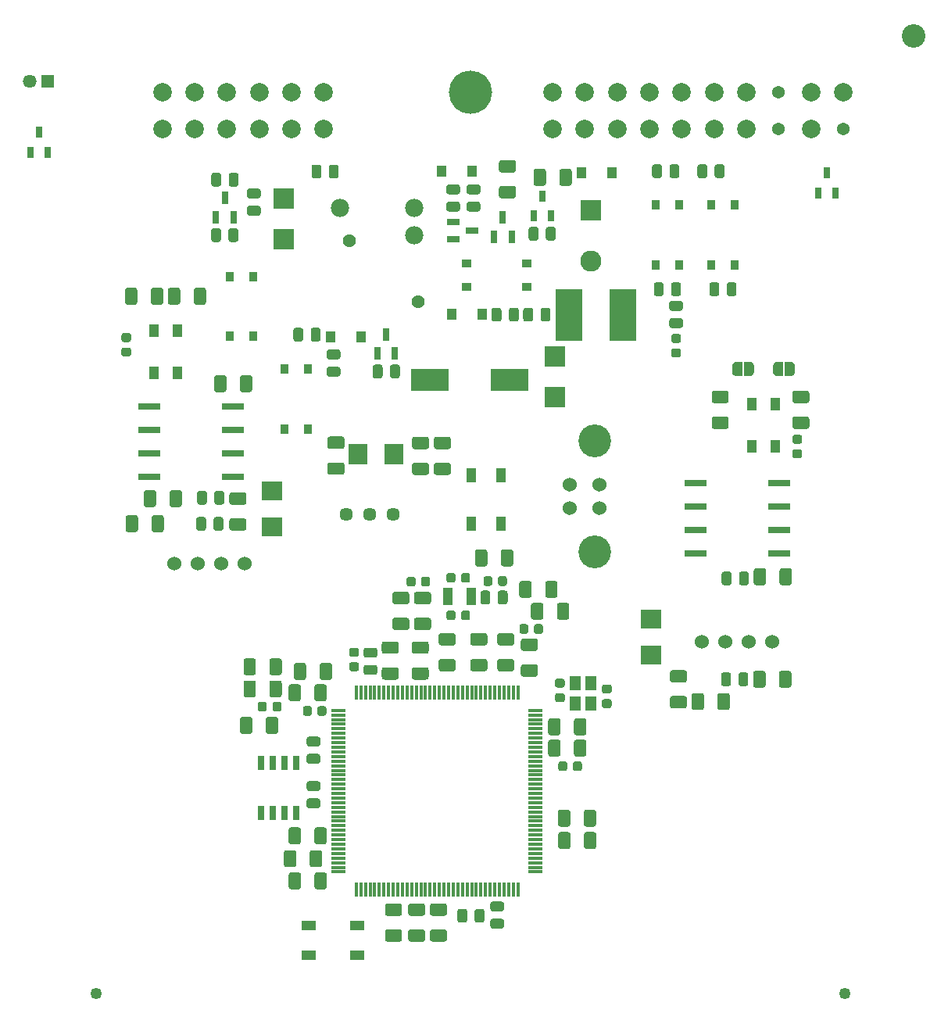
<source format=gts>
G04 #@! TF.GenerationSoftware,KiCad,Pcbnew,(5.1.6-0-10_14)*
G04 #@! TF.CreationDate,2022-02-24T22:08:20+01:00*
G04 #@! TF.ProjectId,CHAdeMO_V2.0,43484164-654d-44f5-9f56-322e302e6b69,rev?*
G04 #@! TF.SameCoordinates,Original*
G04 #@! TF.FileFunction,Soldermask,Top*
G04 #@! TF.FilePolarity,Negative*
%FSLAX46Y46*%
G04 Gerber Fmt 4.6, Leading zero omitted, Abs format (unit mm)*
G04 Created by KiCad (PCBNEW (5.1.6-0-10_14)) date 2022-02-24 22:08:20*
%MOMM*%
%LPD*%
G01*
G04 APERTURE LIST*
%ADD10R,1.000000X1.300000*%
%ADD11C,1.975000*%
%ADD12C,1.433000*%
%ADD13R,0.700000X1.150000*%
%ADD14R,0.750000X1.300000*%
%ADD15R,0.700000X1.400000*%
%ADD16R,1.400000X0.700000*%
%ADD17R,1.000000X1.450000*%
%ADD18R,2.000000X2.300000*%
%ADD19R,3.000000X5.550000*%
%ADD20R,2.250000X2.300000*%
%ADD21R,0.900000X1.100000*%
%ADD22R,1.100000X0.900000*%
%ADD23R,1.650000X1.100000*%
%ADD24R,1.100000X1.650000*%
%ADD25R,4.150000X2.400000*%
%ADD26C,1.450000*%
%ADD27C,4.675000*%
%ADD28C,2.005000*%
%ADD29C,1.370000*%
%ADD30C,1.468000*%
%ADD31R,1.468000X1.468000*%
%ADD32C,0.100000*%
%ADD33R,0.380000X1.570000*%
%ADD34R,1.570000X0.380000*%
%ADD35R,2.450000X0.800000*%
%ADD36C,2.275000*%
%ADD37R,2.275000X2.275000*%
%ADD38R,1.100000X1.900000*%
%ADD39R,0.750000X1.625000*%
%ADD40R,2.300000X2.000000*%
%ADD41C,2.552000*%
%ADD42C,1.252000*%
%ADD43R,1.300000X1.500000*%
%ADD44C,1.530000*%
%ADD45C,3.550000*%
%ADD46C,1.531000*%
G04 APERTURE END LIST*
G04 #@! TO.C,LED2*
G36*
G01*
X122556850Y-77170000D02*
X121994350Y-77170000D01*
G75*
G02*
X121750600Y-76926250I0J243750D01*
G01*
X121750600Y-76438750D01*
G75*
G02*
X121994350Y-76195000I243750J0D01*
G01*
X122556850Y-76195000D01*
G75*
G02*
X122800600Y-76438750I0J-243750D01*
G01*
X122800600Y-76926250D01*
G75*
G02*
X122556850Y-77170000I-243750J0D01*
G01*
G37*
G36*
G01*
X122556850Y-78745000D02*
X121994350Y-78745000D01*
G75*
G02*
X121750600Y-78501250I0J243750D01*
G01*
X121750600Y-78013750D01*
G75*
G02*
X121994350Y-77770000I243750J0D01*
G01*
X122556850Y-77770000D01*
G75*
G02*
X122800600Y-78013750I0J-243750D01*
G01*
X122800600Y-78501250D01*
G75*
G02*
X122556850Y-78745000I-243750J0D01*
G01*
G37*
G04 #@! TD*
G04 #@! TO.C,LED1*
G36*
G01*
X87669950Y-111152700D02*
X87107450Y-111152700D01*
G75*
G02*
X86863700Y-110908950I0J243750D01*
G01*
X86863700Y-110421450D01*
G75*
G02*
X87107450Y-110177700I243750J0D01*
G01*
X87669950Y-110177700D01*
G75*
G02*
X87913700Y-110421450I0J-243750D01*
G01*
X87913700Y-110908950D01*
G75*
G02*
X87669950Y-111152700I-243750J0D01*
G01*
G37*
G36*
G01*
X87669950Y-112727700D02*
X87107450Y-112727700D01*
G75*
G02*
X86863700Y-112483950I0J243750D01*
G01*
X86863700Y-111996450D01*
G75*
G02*
X87107450Y-111752700I243750J0D01*
G01*
X87669950Y-111752700D01*
G75*
G02*
X87913700Y-111996450I0J-243750D01*
G01*
X87913700Y-112483950D01*
G75*
G02*
X87669950Y-112727700I-243750J0D01*
G01*
G37*
G04 #@! TD*
D10*
G04 #@! TO.C,D1*
X88187800Y-76476200D03*
X84887800Y-76476200D03*
G04 #@! TD*
G04 #@! TO.C,D2*
X115315000Y-58699400D03*
X112015000Y-58699400D03*
G04 #@! TD*
G04 #@! TO.C,D8*
X100202000Y-58547000D03*
X96902000Y-58547000D03*
G04 #@! TD*
G04 #@! TO.C,D7*
X101268800Y-74079100D03*
X97968800Y-74079100D03*
G04 #@! TD*
G04 #@! TO.C,R30*
G36*
G01*
X121794350Y-74491800D02*
X122756850Y-74491800D01*
G75*
G02*
X123025600Y-74760550I0J-268750D01*
G01*
X123025600Y-75298050D01*
G75*
G02*
X122756850Y-75566800I-268750J0D01*
G01*
X121794350Y-75566800D01*
G75*
G02*
X121525600Y-75298050I0J268750D01*
G01*
X121525600Y-74760550D01*
G75*
G02*
X121794350Y-74491800I268750J0D01*
G01*
G37*
G36*
G01*
X121794350Y-72616800D02*
X122756850Y-72616800D01*
G75*
G02*
X123025600Y-72885550I0J-268750D01*
G01*
X123025600Y-73423050D01*
G75*
G02*
X122756850Y-73691800I-268750J0D01*
G01*
X121794350Y-73691800D01*
G75*
G02*
X121525600Y-73423050I0J268750D01*
G01*
X121525600Y-72885550D01*
G75*
G02*
X121794350Y-72616800I268750J0D01*
G01*
G37*
G04 #@! TD*
G04 #@! TO.C,R23*
G36*
G01*
X106788000Y-73623250D02*
X106788000Y-74585750D01*
G75*
G02*
X106519250Y-74854500I-268750J0D01*
G01*
X105981750Y-74854500D01*
G75*
G02*
X105713000Y-74585750I0J268750D01*
G01*
X105713000Y-73623250D01*
G75*
G02*
X105981750Y-73354500I268750J0D01*
G01*
X106519250Y-73354500D01*
G75*
G02*
X106788000Y-73623250I0J-268750D01*
G01*
G37*
G36*
G01*
X108663000Y-73623250D02*
X108663000Y-74585750D01*
G75*
G02*
X108394250Y-74854500I-268750J0D01*
G01*
X107856750Y-74854500D01*
G75*
G02*
X107588000Y-74585750I0J268750D01*
G01*
X107588000Y-73623250D01*
G75*
G02*
X107856750Y-73354500I268750J0D01*
G01*
X108394250Y-73354500D01*
G75*
G02*
X108663000Y-73623250I0J-268750D01*
G01*
G37*
G04 #@! TD*
G04 #@! TO.C,R24*
G36*
G01*
X107359500Y-64860250D02*
X107359500Y-65822750D01*
G75*
G02*
X107090750Y-66091500I-268750J0D01*
G01*
X106553250Y-66091500D01*
G75*
G02*
X106284500Y-65822750I0J268750D01*
G01*
X106284500Y-64860250D01*
G75*
G02*
X106553250Y-64591500I268750J0D01*
G01*
X107090750Y-64591500D01*
G75*
G02*
X107359500Y-64860250I0J-268750D01*
G01*
G37*
G36*
G01*
X109234500Y-64860250D02*
X109234500Y-65822750D01*
G75*
G02*
X108965750Y-66091500I-268750J0D01*
G01*
X108428250Y-66091500D01*
G75*
G02*
X108159500Y-65822750I0J268750D01*
G01*
X108159500Y-64860250D01*
G75*
G02*
X108428250Y-64591500I268750J0D01*
G01*
X108965750Y-64591500D01*
G75*
G02*
X109234500Y-64860250I0J-268750D01*
G01*
G37*
G04 #@! TD*
G04 #@! TO.C,R29*
G36*
G01*
X103359000Y-73623250D02*
X103359000Y-74585750D01*
G75*
G02*
X103090250Y-74854500I-268750J0D01*
G01*
X102552750Y-74854500D01*
G75*
G02*
X102284000Y-74585750I0J268750D01*
G01*
X102284000Y-73623250D01*
G75*
G02*
X102552750Y-73354500I268750J0D01*
G01*
X103090250Y-73354500D01*
G75*
G02*
X103359000Y-73623250I0J-268750D01*
G01*
G37*
G36*
G01*
X105234000Y-73623250D02*
X105234000Y-74585750D01*
G75*
G02*
X104965250Y-74854500I-268750J0D01*
G01*
X104427750Y-74854500D01*
G75*
G02*
X104159000Y-74585750I0J268750D01*
G01*
X104159000Y-73623250D01*
G75*
G02*
X104427750Y-73354500I268750J0D01*
G01*
X104965250Y-73354500D01*
G75*
G02*
X105234000Y-73623250I0J-268750D01*
G01*
G37*
G04 #@! TD*
G04 #@! TO.C,R21*
G36*
G01*
X100811250Y-61068000D02*
X99848750Y-61068000D01*
G75*
G02*
X99580000Y-60799250I0J268750D01*
G01*
X99580000Y-60261750D01*
G75*
G02*
X99848750Y-59993000I268750J0D01*
G01*
X100811250Y-59993000D01*
G75*
G02*
X101080000Y-60261750I0J-268750D01*
G01*
X101080000Y-60799250D01*
G75*
G02*
X100811250Y-61068000I-268750J0D01*
G01*
G37*
G36*
G01*
X100811250Y-62943000D02*
X99848750Y-62943000D01*
G75*
G02*
X99580000Y-62674250I0J268750D01*
G01*
X99580000Y-62136750D01*
G75*
G02*
X99848750Y-61868000I268750J0D01*
G01*
X100811250Y-61868000D01*
G75*
G02*
X101080000Y-62136750I0J-268750D01*
G01*
X101080000Y-62674250D01*
G75*
G02*
X100811250Y-62943000I-268750J0D01*
G01*
G37*
G04 #@! TD*
G04 #@! TO.C,R28*
G36*
G01*
X120933100Y-70867350D02*
X120933100Y-71829850D01*
G75*
G02*
X120664350Y-72098600I-268750J0D01*
G01*
X120126850Y-72098600D01*
G75*
G02*
X119858100Y-71829850I0J268750D01*
G01*
X119858100Y-70867350D01*
G75*
G02*
X120126850Y-70598600I268750J0D01*
G01*
X120664350Y-70598600D01*
G75*
G02*
X120933100Y-70867350I0J-268750D01*
G01*
G37*
G36*
G01*
X122808100Y-70867350D02*
X122808100Y-71829850D01*
G75*
G02*
X122539350Y-72098600I-268750J0D01*
G01*
X122001850Y-72098600D01*
G75*
G02*
X121733100Y-71829850I0J268750D01*
G01*
X121733100Y-70867350D01*
G75*
G02*
X122001850Y-70598600I268750J0D01*
G01*
X122539350Y-70598600D01*
G75*
G02*
X122808100Y-70867350I0J-268750D01*
G01*
G37*
G04 #@! TD*
G04 #@! TO.C,R27*
G36*
G01*
X127755600Y-71829850D02*
X127755600Y-70867350D01*
G75*
G02*
X128024350Y-70598600I268750J0D01*
G01*
X128561850Y-70598600D01*
G75*
G02*
X128830600Y-70867350I0J-268750D01*
G01*
X128830600Y-71829850D01*
G75*
G02*
X128561850Y-72098600I-268750J0D01*
G01*
X128024350Y-72098600D01*
G75*
G02*
X127755600Y-71829850I0J268750D01*
G01*
G37*
G36*
G01*
X125880600Y-71829850D02*
X125880600Y-70867350D01*
G75*
G02*
X126149350Y-70598600I268750J0D01*
G01*
X126686850Y-70598600D01*
G75*
G02*
X126955600Y-70867350I0J-268750D01*
G01*
X126955600Y-71829850D01*
G75*
G02*
X126686850Y-72098600I-268750J0D01*
G01*
X126149350Y-72098600D01*
G75*
G02*
X125880600Y-71829850I0J268750D01*
G01*
G37*
G04 #@! TD*
G04 #@! TO.C,R19*
G36*
G01*
X91281200Y-80745250D02*
X91281200Y-79782750D01*
G75*
G02*
X91549950Y-79514000I268750J0D01*
G01*
X92087450Y-79514000D01*
G75*
G02*
X92356200Y-79782750I0J-268750D01*
G01*
X92356200Y-80745250D01*
G75*
G02*
X92087450Y-81014000I-268750J0D01*
G01*
X91549950Y-81014000D01*
G75*
G02*
X91281200Y-80745250I0J268750D01*
G01*
G37*
G36*
G01*
X89406200Y-80745250D02*
X89406200Y-79782750D01*
G75*
G02*
X89674950Y-79514000I268750J0D01*
G01*
X90212450Y-79514000D01*
G75*
G02*
X90481200Y-79782750I0J-268750D01*
G01*
X90481200Y-80745250D01*
G75*
G02*
X90212450Y-81014000I-268750J0D01*
G01*
X89674950Y-81014000D01*
G75*
G02*
X89406200Y-80745250I0J268750D01*
G01*
G37*
G04 #@! TD*
G04 #@! TO.C,R9*
G36*
G01*
X73780600Y-65962450D02*
X73780600Y-64999950D01*
G75*
G02*
X74049350Y-64731200I268750J0D01*
G01*
X74586850Y-64731200D01*
G75*
G02*
X74855600Y-64999950I0J-268750D01*
G01*
X74855600Y-65962450D01*
G75*
G02*
X74586850Y-66231200I-268750J0D01*
G01*
X74049350Y-66231200D01*
G75*
G02*
X73780600Y-65962450I0J268750D01*
G01*
G37*
G36*
G01*
X71905600Y-65962450D02*
X71905600Y-64999950D01*
G75*
G02*
X72174350Y-64731200I268750J0D01*
G01*
X72711850Y-64731200D01*
G75*
G02*
X72980600Y-64999950I0J-268750D01*
G01*
X72980600Y-65962450D01*
G75*
G02*
X72711850Y-66231200I-268750J0D01*
G01*
X72174350Y-66231200D01*
G75*
G02*
X71905600Y-65962450I0J268750D01*
G01*
G37*
G04 #@! TD*
G04 #@! TO.C,R22*
G36*
G01*
X97638950Y-61868000D02*
X98601450Y-61868000D01*
G75*
G02*
X98870200Y-62136750I0J-268750D01*
G01*
X98870200Y-62674250D01*
G75*
G02*
X98601450Y-62943000I-268750J0D01*
G01*
X97638950Y-62943000D01*
G75*
G02*
X97370200Y-62674250I0J268750D01*
G01*
X97370200Y-62136750D01*
G75*
G02*
X97638950Y-61868000I268750J0D01*
G01*
G37*
G36*
G01*
X97638950Y-59993000D02*
X98601450Y-59993000D01*
G75*
G02*
X98870200Y-60261750I0J-268750D01*
G01*
X98870200Y-60799250D01*
G75*
G02*
X98601450Y-61068000I-268750J0D01*
G01*
X97638950Y-61068000D01*
G75*
G02*
X97370200Y-60799250I0J268750D01*
G01*
X97370200Y-60261750D01*
G75*
G02*
X97638950Y-59993000I268750J0D01*
G01*
G37*
G04 #@! TD*
G04 #@! TO.C,R18*
G36*
G01*
X99650600Y-138736150D02*
X99650600Y-139698650D01*
G75*
G02*
X99381850Y-139967400I-268750J0D01*
G01*
X98844350Y-139967400D01*
G75*
G02*
X98575600Y-139698650I0J268750D01*
G01*
X98575600Y-138736150D01*
G75*
G02*
X98844350Y-138467400I268750J0D01*
G01*
X99381850Y-138467400D01*
G75*
G02*
X99650600Y-138736150I0J-268750D01*
G01*
G37*
G36*
G01*
X101525600Y-138736150D02*
X101525600Y-139698650D01*
G75*
G02*
X101256850Y-139967400I-268750J0D01*
G01*
X100719350Y-139967400D01*
G75*
G02*
X100450600Y-139698650I0J268750D01*
G01*
X100450600Y-138736150D01*
G75*
G02*
X100719350Y-138467400I268750J0D01*
G01*
X101256850Y-138467400D01*
G75*
G02*
X101525600Y-138736150I0J-268750D01*
G01*
G37*
G04 #@! TD*
G04 #@! TO.C,R17*
G36*
G01*
X103376650Y-138741200D02*
X102414150Y-138741200D01*
G75*
G02*
X102145400Y-138472450I0J268750D01*
G01*
X102145400Y-137934950D01*
G75*
G02*
X102414150Y-137666200I268750J0D01*
G01*
X103376650Y-137666200D01*
G75*
G02*
X103645400Y-137934950I0J-268750D01*
G01*
X103645400Y-138472450D01*
G75*
G02*
X103376650Y-138741200I-268750J0D01*
G01*
G37*
G36*
G01*
X103376650Y-140616200D02*
X102414150Y-140616200D01*
G75*
G02*
X102145400Y-140347450I0J268750D01*
G01*
X102145400Y-139809950D01*
G75*
G02*
X102414150Y-139541200I268750J0D01*
G01*
X103376650Y-139541200D01*
G75*
G02*
X103645400Y-139809950I0J-268750D01*
G01*
X103645400Y-140347450D01*
G75*
G02*
X103376650Y-140616200I-268750J0D01*
G01*
G37*
G04 #@! TD*
D11*
G04 #@! TO.C,K1*
X93868000Y-65541600D03*
X85868000Y-62541600D03*
X93868000Y-62541600D03*
D12*
X94368000Y-72741600D03*
X86868000Y-66141600D03*
G04 #@! TD*
D13*
G04 #@! TO.C,D5*
X53247600Y-54322800D03*
X54197600Y-56522800D03*
X52297600Y-56522800D03*
G04 #@! TD*
G04 #@! TO.C,D4*
X138633200Y-58767800D03*
X139583200Y-60967800D03*
X137683200Y-60967800D03*
G04 #@! TD*
D14*
G04 #@! TO.C,Q5*
X107797600Y-61307000D03*
X108757600Y-63407000D03*
X106837600Y-63407000D03*
G04 #@! TD*
D15*
G04 #@! TO.C,Q3*
X103505000Y-63567600D03*
X104455000Y-65667600D03*
X102555000Y-65667600D03*
G04 #@! TD*
D16*
G04 #@! TO.C,Q4*
X100211600Y-65024000D03*
X98111600Y-65974000D03*
X98111600Y-64074000D03*
G04 #@! TD*
D15*
G04 #@! TO.C,Q2*
X90881200Y-76226200D03*
X91831200Y-78326200D03*
X89931200Y-78326200D03*
G04 #@! TD*
G04 #@! TO.C,Q1*
X73380600Y-61434000D03*
X74330600Y-63534000D03*
X72430600Y-63534000D03*
G04 #@! TD*
D17*
G04 #@! TO.C,L6*
X130499800Y-83831000D03*
X132999800Y-83831000D03*
X132999800Y-88381000D03*
X130499800Y-88381000D03*
G04 #@! TD*
G04 #@! TO.C,L5*
X65724600Y-75847000D03*
X68224600Y-75847000D03*
X68224600Y-80397000D03*
X65724600Y-80397000D03*
G04 #@! TD*
D18*
G04 #@! TO.C,L9*
X87839000Y-89179400D03*
X91739000Y-89179400D03*
G04 #@! TD*
G04 #@! TO.C,F2*
G36*
G01*
X108177500Y-58577800D02*
X108177500Y-59887800D01*
G75*
G02*
X107907500Y-60157800I-270000J0D01*
G01*
X107097500Y-60157800D01*
G75*
G02*
X106827500Y-59887800I0J270000D01*
G01*
X106827500Y-58577800D01*
G75*
G02*
X107097500Y-58307800I270000J0D01*
G01*
X107907500Y-58307800D01*
G75*
G02*
X108177500Y-58577800I0J-270000D01*
G01*
G37*
G36*
G01*
X110977500Y-58577800D02*
X110977500Y-59887800D01*
G75*
G02*
X110707500Y-60157800I-270000J0D01*
G01*
X109897500Y-60157800D01*
G75*
G02*
X109627500Y-59887800I0J270000D01*
G01*
X109627500Y-58577800D01*
G75*
G02*
X109897500Y-58307800I270000J0D01*
G01*
X110707500Y-58307800D01*
G75*
G02*
X110977500Y-58577800I0J-270000D01*
G01*
G37*
G04 #@! TD*
G04 #@! TO.C,F3*
G36*
G01*
X104668000Y-58711000D02*
X103358000Y-58711000D01*
G75*
G02*
X103088000Y-58441000I0J270000D01*
G01*
X103088000Y-57631000D01*
G75*
G02*
X103358000Y-57361000I270000J0D01*
G01*
X104668000Y-57361000D01*
G75*
G02*
X104938000Y-57631000I0J-270000D01*
G01*
X104938000Y-58441000D01*
G75*
G02*
X104668000Y-58711000I-270000J0D01*
G01*
G37*
G36*
G01*
X104668000Y-61511000D02*
X103358000Y-61511000D01*
G75*
G02*
X103088000Y-61241000I0J270000D01*
G01*
X103088000Y-60431000D01*
G75*
G02*
X103358000Y-60161000I270000J0D01*
G01*
X104668000Y-60161000D01*
G75*
G02*
X104938000Y-60431000I0J-270000D01*
G01*
X104938000Y-61241000D01*
G75*
G02*
X104668000Y-61511000I-270000J0D01*
G01*
G37*
G04 #@! TD*
D19*
G04 #@! TO.C,F1*
X110711500Y-74168000D03*
X116491500Y-74168000D03*
G04 #@! TD*
D20*
G04 #@! TO.C,D6*
X109169200Y-83073600D03*
X109169200Y-78673600D03*
G04 #@! TD*
G04 #@! TO.C,D3*
X79781400Y-65896600D03*
X79781400Y-61496600D03*
G04 #@! TD*
D21*
G04 #@! TO.C,U7*
X122603100Y-68744200D03*
X120063100Y-68744200D03*
X120063100Y-62244200D03*
X122603100Y-62244200D03*
G04 #@! TD*
G04 #@! TO.C,U6*
X128625600Y-68744200D03*
X126085600Y-68744200D03*
X126085600Y-62244200D03*
X128625600Y-62244200D03*
G04 #@! TD*
D22*
G04 #@! TO.C,U5*
X99594300Y-71120000D03*
X99594300Y-68580000D03*
X106094300Y-68580000D03*
X106094300Y-71120000D03*
G04 #@! TD*
D21*
G04 #@! TO.C,U4*
X82423000Y-86473400D03*
X79883000Y-86473400D03*
X79883000Y-79973400D03*
X82423000Y-79973400D03*
G04 #@! TD*
G04 #@! TO.C,U3*
X76479400Y-76465800D03*
X73939400Y-76465800D03*
X73939400Y-69965800D03*
X76479400Y-69965800D03*
G04 #@! TD*
D23*
G04 #@! TO.C,S2*
X87765800Y-143484400D03*
X82515800Y-143484400D03*
X87765800Y-140284400D03*
X82515800Y-140284400D03*
G04 #@! TD*
D24*
G04 #@! TO.C,S1*
X103301600Y-91507400D03*
X103301600Y-96757400D03*
X100101600Y-91507400D03*
X100101600Y-96757400D03*
G04 #@! TD*
D25*
G04 #@! TO.C,C44*
X104198200Y-81203800D03*
X95598200Y-81203800D03*
G04 #@! TD*
D26*
G04 #@! TO.C,PS3*
X86563200Y-95707200D03*
X89103200Y-95707200D03*
X91643200Y-95707200D03*
G04 #@! TD*
D27*
G04 #@! TO.C,J2*
X100000000Y-50000000D03*
D28*
X108890000Y-50000000D03*
X112390000Y-50000000D03*
X115890000Y-50000000D03*
X119390000Y-50000000D03*
X122890000Y-50000000D03*
X126390000Y-50000000D03*
X129890000Y-50000000D03*
D29*
X133390000Y-50000000D03*
D28*
X136890000Y-50000000D03*
X140390000Y-50000000D03*
X108890000Y-54000000D03*
X112390000Y-54000000D03*
X115890000Y-54000000D03*
X119390000Y-54000000D03*
X122890000Y-54000000D03*
X126390000Y-54000000D03*
X129890000Y-54000000D03*
D29*
X133390000Y-54000000D03*
D28*
X136890000Y-54000000D03*
D29*
X140390000Y-54000000D03*
D28*
X66620000Y-50000000D03*
X70120000Y-50000000D03*
X73620000Y-50000000D03*
X77120000Y-50000000D03*
X80620000Y-50000000D03*
X84120000Y-50000000D03*
X66620000Y-54000000D03*
X70120000Y-54000000D03*
X73620000Y-54000000D03*
X77120000Y-54000000D03*
X80620000Y-54000000D03*
X84120000Y-54000000D03*
G04 #@! TD*
D30*
G04 #@! TO.C,J4*
X52213000Y-48810000D03*
D31*
X54213000Y-48810000D03*
G04 #@! TD*
G04 #@! TO.C,R13*
G36*
G01*
X136443400Y-83686000D02*
X135133400Y-83686000D01*
G75*
G02*
X134863400Y-83416000I0J270000D01*
G01*
X134863400Y-82606000D01*
G75*
G02*
X135133400Y-82336000I270000J0D01*
G01*
X136443400Y-82336000D01*
G75*
G02*
X136713400Y-82606000I0J-270000D01*
G01*
X136713400Y-83416000D01*
G75*
G02*
X136443400Y-83686000I-270000J0D01*
G01*
G37*
G36*
G01*
X136443400Y-86486000D02*
X135133400Y-86486000D01*
G75*
G02*
X134863400Y-86216000I0J270000D01*
G01*
X134863400Y-85406000D01*
G75*
G02*
X135133400Y-85136000I270000J0D01*
G01*
X136443400Y-85136000D01*
G75*
G02*
X136713400Y-85406000I0J-270000D01*
G01*
X136713400Y-86216000D01*
G75*
G02*
X136443400Y-86486000I-270000J0D01*
G01*
G37*
G04 #@! TD*
G04 #@! TO.C,R12*
G36*
G01*
X126395800Y-85136000D02*
X127705800Y-85136000D01*
G75*
G02*
X127975800Y-85406000I0J-270000D01*
G01*
X127975800Y-86216000D01*
G75*
G02*
X127705800Y-86486000I-270000J0D01*
G01*
X126395800Y-86486000D01*
G75*
G02*
X126125800Y-86216000I0J270000D01*
G01*
X126125800Y-85406000D01*
G75*
G02*
X126395800Y-85136000I270000J0D01*
G01*
G37*
G36*
G01*
X126395800Y-82336000D02*
X127705800Y-82336000D01*
G75*
G02*
X127975800Y-82606000I0J-270000D01*
G01*
X127975800Y-83416000D01*
G75*
G02*
X127705800Y-83686000I-270000J0D01*
G01*
X126395800Y-83686000D01*
G75*
G02*
X126125800Y-83416000I0J270000D01*
G01*
X126125800Y-82606000D01*
G75*
G02*
X126395800Y-82336000I270000J0D01*
G01*
G37*
G04 #@! TD*
D32*
G04 #@! TO.C,JP2*
G36*
X133318689Y-80783998D02*
G01*
X133300266Y-80783998D01*
X133295365Y-80783757D01*
X133246534Y-80778947D01*
X133241681Y-80778227D01*
X133193556Y-80768655D01*
X133188795Y-80767463D01*
X133141840Y-80753219D01*
X133137221Y-80751566D01*
X133091888Y-80732789D01*
X133087451Y-80730691D01*
X133044178Y-80707560D01*
X133039971Y-80705038D01*
X132999172Y-80677778D01*
X132995230Y-80674854D01*
X132957301Y-80643726D01*
X132953666Y-80640431D01*
X132918969Y-80605734D01*
X132915674Y-80602099D01*
X132884546Y-80564170D01*
X132881622Y-80560228D01*
X132854362Y-80519429D01*
X132851840Y-80515222D01*
X132828709Y-80471949D01*
X132826611Y-80467512D01*
X132807834Y-80422179D01*
X132806181Y-80417560D01*
X132791937Y-80370605D01*
X132790745Y-80365844D01*
X132781173Y-80317719D01*
X132780453Y-80312866D01*
X132775643Y-80264035D01*
X132775402Y-80259134D01*
X132775402Y-80240711D01*
X132774800Y-80234600D01*
X132774800Y-79734600D01*
X132775402Y-79728489D01*
X132775402Y-79710066D01*
X132775643Y-79705165D01*
X132780453Y-79656334D01*
X132781173Y-79651481D01*
X132790745Y-79603356D01*
X132791937Y-79598595D01*
X132806181Y-79551640D01*
X132807834Y-79547021D01*
X132826611Y-79501688D01*
X132828709Y-79497251D01*
X132851840Y-79453978D01*
X132854362Y-79449771D01*
X132881622Y-79408972D01*
X132884546Y-79405030D01*
X132915674Y-79367101D01*
X132918969Y-79363466D01*
X132953666Y-79328769D01*
X132957301Y-79325474D01*
X132995230Y-79294346D01*
X132999172Y-79291422D01*
X133039971Y-79264162D01*
X133044178Y-79261640D01*
X133087451Y-79238509D01*
X133091888Y-79236411D01*
X133137221Y-79217634D01*
X133141840Y-79215981D01*
X133188795Y-79201737D01*
X133193556Y-79200545D01*
X133241681Y-79190973D01*
X133246534Y-79190253D01*
X133295365Y-79185443D01*
X133300266Y-79185202D01*
X133318689Y-79185202D01*
X133324800Y-79184600D01*
X133824800Y-79184600D01*
X133834555Y-79185561D01*
X133843934Y-79188406D01*
X133852579Y-79193027D01*
X133860155Y-79199245D01*
X133866373Y-79206821D01*
X133870994Y-79215466D01*
X133873839Y-79224845D01*
X133874800Y-79234600D01*
X133874800Y-80734600D01*
X133873839Y-80744355D01*
X133870994Y-80753734D01*
X133866373Y-80762379D01*
X133860155Y-80769955D01*
X133852579Y-80776173D01*
X133843934Y-80780794D01*
X133834555Y-80783639D01*
X133824800Y-80784600D01*
X133324800Y-80784600D01*
X133318689Y-80783998D01*
G37*
G36*
X134115045Y-80783639D02*
G01*
X134105666Y-80780794D01*
X134097021Y-80776173D01*
X134089445Y-80769955D01*
X134083227Y-80762379D01*
X134078606Y-80753734D01*
X134075761Y-80744355D01*
X134074800Y-80734600D01*
X134074800Y-79234600D01*
X134075761Y-79224845D01*
X134078606Y-79215466D01*
X134083227Y-79206821D01*
X134089445Y-79199245D01*
X134097021Y-79193027D01*
X134105666Y-79188406D01*
X134115045Y-79185561D01*
X134124800Y-79184600D01*
X134624800Y-79184600D01*
X134630911Y-79185202D01*
X134649334Y-79185202D01*
X134654235Y-79185443D01*
X134703066Y-79190253D01*
X134707919Y-79190973D01*
X134756044Y-79200545D01*
X134760805Y-79201737D01*
X134807760Y-79215981D01*
X134812379Y-79217634D01*
X134857712Y-79236411D01*
X134862149Y-79238509D01*
X134905422Y-79261640D01*
X134909629Y-79264162D01*
X134950428Y-79291422D01*
X134954370Y-79294346D01*
X134992299Y-79325474D01*
X134995934Y-79328769D01*
X135030631Y-79363466D01*
X135033926Y-79367101D01*
X135065054Y-79405030D01*
X135067978Y-79408972D01*
X135095238Y-79449771D01*
X135097760Y-79453978D01*
X135120891Y-79497251D01*
X135122989Y-79501688D01*
X135141766Y-79547021D01*
X135143419Y-79551640D01*
X135157663Y-79598595D01*
X135158855Y-79603356D01*
X135168427Y-79651481D01*
X135169147Y-79656334D01*
X135173957Y-79705165D01*
X135174198Y-79710066D01*
X135174198Y-79728489D01*
X135174800Y-79734600D01*
X135174800Y-80234600D01*
X135174198Y-80240711D01*
X135174198Y-80259134D01*
X135173957Y-80264035D01*
X135169147Y-80312866D01*
X135168427Y-80317719D01*
X135158855Y-80365844D01*
X135157663Y-80370605D01*
X135143419Y-80417560D01*
X135141766Y-80422179D01*
X135122989Y-80467512D01*
X135120891Y-80471949D01*
X135097760Y-80515222D01*
X135095238Y-80519429D01*
X135067978Y-80560228D01*
X135065054Y-80564170D01*
X135033926Y-80602099D01*
X135030631Y-80605734D01*
X134995934Y-80640431D01*
X134992299Y-80643726D01*
X134954370Y-80674854D01*
X134950428Y-80677778D01*
X134909629Y-80705038D01*
X134905422Y-80707560D01*
X134862149Y-80730691D01*
X134857712Y-80732789D01*
X134812379Y-80751566D01*
X134807760Y-80753219D01*
X134760805Y-80767463D01*
X134756044Y-80768655D01*
X134707919Y-80778227D01*
X134703066Y-80778947D01*
X134654235Y-80783757D01*
X134649334Y-80783998D01*
X134630911Y-80783998D01*
X134624800Y-80784600D01*
X134124800Y-80784600D01*
X134115045Y-80783639D01*
G37*
G04 #@! TD*
G04 #@! TO.C,C35*
G36*
G01*
X135117150Y-88692000D02*
X135679650Y-88692000D01*
G75*
G02*
X135923400Y-88935750I0J-243750D01*
G01*
X135923400Y-89423250D01*
G75*
G02*
X135679650Y-89667000I-243750J0D01*
G01*
X135117150Y-89667000D01*
G75*
G02*
X134873400Y-89423250I0J243750D01*
G01*
X134873400Y-88935750D01*
G75*
G02*
X135117150Y-88692000I243750J0D01*
G01*
G37*
G36*
G01*
X135117150Y-87117000D02*
X135679650Y-87117000D01*
G75*
G02*
X135923400Y-87360750I0J-243750D01*
G01*
X135923400Y-87848250D01*
G75*
G02*
X135679650Y-88092000I-243750J0D01*
G01*
X135117150Y-88092000D01*
G75*
G02*
X134873400Y-87848250I0J243750D01*
G01*
X134873400Y-87360750D01*
G75*
G02*
X135117150Y-87117000I243750J0D01*
G01*
G37*
G04 #@! TD*
G04 #@! TO.C,JP1*
G36*
X128868689Y-80783998D02*
G01*
X128850266Y-80783998D01*
X128845365Y-80783757D01*
X128796534Y-80778947D01*
X128791681Y-80778227D01*
X128743556Y-80768655D01*
X128738795Y-80767463D01*
X128691840Y-80753219D01*
X128687221Y-80751566D01*
X128641888Y-80732789D01*
X128637451Y-80730691D01*
X128594178Y-80707560D01*
X128589971Y-80705038D01*
X128549172Y-80677778D01*
X128545230Y-80674854D01*
X128507301Y-80643726D01*
X128503666Y-80640431D01*
X128468969Y-80605734D01*
X128465674Y-80602099D01*
X128434546Y-80564170D01*
X128431622Y-80560228D01*
X128404362Y-80519429D01*
X128401840Y-80515222D01*
X128378709Y-80471949D01*
X128376611Y-80467512D01*
X128357834Y-80422179D01*
X128356181Y-80417560D01*
X128341937Y-80370605D01*
X128340745Y-80365844D01*
X128331173Y-80317719D01*
X128330453Y-80312866D01*
X128325643Y-80264035D01*
X128325402Y-80259134D01*
X128325402Y-80240711D01*
X128324800Y-80234600D01*
X128324800Y-79734600D01*
X128325402Y-79728489D01*
X128325402Y-79710066D01*
X128325643Y-79705165D01*
X128330453Y-79656334D01*
X128331173Y-79651481D01*
X128340745Y-79603356D01*
X128341937Y-79598595D01*
X128356181Y-79551640D01*
X128357834Y-79547021D01*
X128376611Y-79501688D01*
X128378709Y-79497251D01*
X128401840Y-79453978D01*
X128404362Y-79449771D01*
X128431622Y-79408972D01*
X128434546Y-79405030D01*
X128465674Y-79367101D01*
X128468969Y-79363466D01*
X128503666Y-79328769D01*
X128507301Y-79325474D01*
X128545230Y-79294346D01*
X128549172Y-79291422D01*
X128589971Y-79264162D01*
X128594178Y-79261640D01*
X128637451Y-79238509D01*
X128641888Y-79236411D01*
X128687221Y-79217634D01*
X128691840Y-79215981D01*
X128738795Y-79201737D01*
X128743556Y-79200545D01*
X128791681Y-79190973D01*
X128796534Y-79190253D01*
X128845365Y-79185443D01*
X128850266Y-79185202D01*
X128868689Y-79185202D01*
X128874800Y-79184600D01*
X129374800Y-79184600D01*
X129384555Y-79185561D01*
X129393934Y-79188406D01*
X129402579Y-79193027D01*
X129410155Y-79199245D01*
X129416373Y-79206821D01*
X129420994Y-79215466D01*
X129423839Y-79224845D01*
X129424800Y-79234600D01*
X129424800Y-80734600D01*
X129423839Y-80744355D01*
X129420994Y-80753734D01*
X129416373Y-80762379D01*
X129410155Y-80769955D01*
X129402579Y-80776173D01*
X129393934Y-80780794D01*
X129384555Y-80783639D01*
X129374800Y-80784600D01*
X128874800Y-80784600D01*
X128868689Y-80783998D01*
G37*
G36*
X129665045Y-80783639D02*
G01*
X129655666Y-80780794D01*
X129647021Y-80776173D01*
X129639445Y-80769955D01*
X129633227Y-80762379D01*
X129628606Y-80753734D01*
X129625761Y-80744355D01*
X129624800Y-80734600D01*
X129624800Y-79234600D01*
X129625761Y-79224845D01*
X129628606Y-79215466D01*
X129633227Y-79206821D01*
X129639445Y-79199245D01*
X129647021Y-79193027D01*
X129655666Y-79188406D01*
X129665045Y-79185561D01*
X129674800Y-79184600D01*
X130174800Y-79184600D01*
X130180911Y-79185202D01*
X130199334Y-79185202D01*
X130204235Y-79185443D01*
X130253066Y-79190253D01*
X130257919Y-79190973D01*
X130306044Y-79200545D01*
X130310805Y-79201737D01*
X130357760Y-79215981D01*
X130362379Y-79217634D01*
X130407712Y-79236411D01*
X130412149Y-79238509D01*
X130455422Y-79261640D01*
X130459629Y-79264162D01*
X130500428Y-79291422D01*
X130504370Y-79294346D01*
X130542299Y-79325474D01*
X130545934Y-79328769D01*
X130580631Y-79363466D01*
X130583926Y-79367101D01*
X130615054Y-79405030D01*
X130617978Y-79408972D01*
X130645238Y-79449771D01*
X130647760Y-79453978D01*
X130670891Y-79497251D01*
X130672989Y-79501688D01*
X130691766Y-79547021D01*
X130693419Y-79551640D01*
X130707663Y-79598595D01*
X130708855Y-79603356D01*
X130718427Y-79651481D01*
X130719147Y-79656334D01*
X130723957Y-79705165D01*
X130724198Y-79710066D01*
X130724198Y-79728489D01*
X130724800Y-79734600D01*
X130724800Y-80234600D01*
X130724198Y-80240711D01*
X130724198Y-80259134D01*
X130723957Y-80264035D01*
X130719147Y-80312866D01*
X130718427Y-80317719D01*
X130708855Y-80365844D01*
X130707663Y-80370605D01*
X130693419Y-80417560D01*
X130691766Y-80422179D01*
X130672989Y-80467512D01*
X130670891Y-80471949D01*
X130647760Y-80515222D01*
X130645238Y-80519429D01*
X130617978Y-80560228D01*
X130615054Y-80564170D01*
X130583926Y-80602099D01*
X130580631Y-80605734D01*
X130545934Y-80640431D01*
X130542299Y-80643726D01*
X130504370Y-80674854D01*
X130500428Y-80677778D01*
X130459629Y-80705038D01*
X130455422Y-80707560D01*
X130412149Y-80730691D01*
X130407712Y-80732789D01*
X130362379Y-80751566D01*
X130357760Y-80753219D01*
X130310805Y-80767463D01*
X130306044Y-80768655D01*
X130257919Y-80778227D01*
X130253066Y-80778947D01*
X130204235Y-80783757D01*
X130199334Y-80783998D01*
X130180911Y-80783998D01*
X130174800Y-80784600D01*
X129674800Y-80784600D01*
X129665045Y-80783639D01*
G37*
G04 #@! TD*
D33*
G04 #@! TO.C,U2*
X105130500Y-136385000D03*
X104630500Y-136385000D03*
X104130500Y-136385000D03*
X103630500Y-136385000D03*
X103130500Y-136385000D03*
X102630500Y-136385000D03*
X102130500Y-136385000D03*
X101630500Y-136385000D03*
X101130500Y-136385000D03*
X100630500Y-136385000D03*
X100130500Y-136385000D03*
X99630500Y-136385000D03*
X99130500Y-136385000D03*
X98630500Y-136385000D03*
X98130500Y-136385000D03*
X97630500Y-136385000D03*
X97130500Y-136385000D03*
X96630500Y-136385000D03*
X96130500Y-136385000D03*
X95630500Y-136385000D03*
X95130500Y-136385000D03*
X94630500Y-136385000D03*
X94130500Y-136385000D03*
X93630500Y-136385000D03*
X93130500Y-136385000D03*
X92630500Y-136385000D03*
X92130500Y-136385000D03*
X91630500Y-136385000D03*
X91130500Y-136385000D03*
X90630500Y-136385000D03*
X90130500Y-136385000D03*
X89630500Y-136385000D03*
X89130500Y-136385000D03*
X88630500Y-136385000D03*
X88130500Y-136385000D03*
X87630500Y-136385000D03*
D34*
X85710500Y-134465000D03*
X85710500Y-133965000D03*
X85710500Y-133465000D03*
X85710500Y-132965000D03*
X85710500Y-132465000D03*
X85710500Y-131965000D03*
X85710500Y-131465000D03*
X85710500Y-130965000D03*
X85710500Y-130465000D03*
X85710500Y-129965000D03*
X85710500Y-129465000D03*
X85710500Y-128965000D03*
X85710500Y-128465000D03*
X85710500Y-127965000D03*
X85710500Y-127465000D03*
X85710500Y-126965000D03*
X85710500Y-126465000D03*
X85710500Y-125965000D03*
X85710500Y-125465000D03*
X85710500Y-124965000D03*
X85710500Y-124465000D03*
X85710500Y-123965000D03*
X85710500Y-123465000D03*
X85710500Y-122965000D03*
X85710500Y-122465000D03*
X85710500Y-121965000D03*
X85710500Y-121465000D03*
X85710500Y-120965000D03*
X85710500Y-120465000D03*
X85710500Y-119965000D03*
X85710500Y-119465000D03*
X85710500Y-118965000D03*
X85710500Y-118465000D03*
X85710500Y-117965000D03*
X85710500Y-117465000D03*
X85710500Y-116965000D03*
D33*
X87630500Y-115045000D03*
X88130500Y-115045000D03*
X88630500Y-115045000D03*
X89130500Y-115045000D03*
X89630500Y-115045000D03*
X90130500Y-115045000D03*
X90630500Y-115045000D03*
X91130500Y-115045000D03*
X91630500Y-115045000D03*
X92130500Y-115045000D03*
X92630500Y-115045000D03*
X93130500Y-115045000D03*
X93630500Y-115045000D03*
X94130500Y-115045000D03*
X94630500Y-115045000D03*
X95130500Y-115045000D03*
X95630500Y-115045000D03*
X96130500Y-115045000D03*
X96630500Y-115045000D03*
X97130500Y-115045000D03*
X97630500Y-115045000D03*
X98130500Y-115045000D03*
X98630500Y-115045000D03*
X99130500Y-115045000D03*
X99630500Y-115045000D03*
X100130500Y-115045000D03*
X100630500Y-115045000D03*
X101130500Y-115045000D03*
X101630500Y-115045000D03*
X102130500Y-115045000D03*
X102630500Y-115045000D03*
X103130500Y-115045000D03*
X103630500Y-115045000D03*
X104130500Y-115045000D03*
X104630500Y-115045000D03*
X105130500Y-115045000D03*
D34*
X107050500Y-116965000D03*
X107050500Y-117465000D03*
X107050500Y-117965000D03*
X107050500Y-118465000D03*
X107050500Y-118965000D03*
X107050500Y-119465000D03*
X107050500Y-119965000D03*
X107050500Y-120465000D03*
X107050500Y-120965000D03*
X107050500Y-121465000D03*
X107050500Y-121965000D03*
X107050500Y-122465000D03*
X107050500Y-122965000D03*
X107050500Y-123465000D03*
X107050500Y-123965000D03*
X107050500Y-124465000D03*
X107050500Y-124965000D03*
X107050500Y-125465000D03*
X107050500Y-125965000D03*
X107050500Y-126465000D03*
X107050500Y-126965000D03*
X107050500Y-127465000D03*
X107050500Y-127965000D03*
X107050500Y-128465000D03*
X107050500Y-128965000D03*
X107050500Y-129465000D03*
X107050500Y-129965000D03*
X107050500Y-130465000D03*
X107050500Y-130965000D03*
X107050500Y-131465000D03*
X107050500Y-131965000D03*
X107050500Y-132465000D03*
X107050500Y-132965000D03*
X107050500Y-133465000D03*
X107050500Y-133965000D03*
X107050500Y-134465000D03*
G04 #@! TD*
G04 #@! TO.C,R26*
G36*
G01*
X120758000Y-58091150D02*
X120758000Y-59053650D01*
G75*
G02*
X120489250Y-59322400I-268750J0D01*
G01*
X119951750Y-59322400D01*
G75*
G02*
X119683000Y-59053650I0J268750D01*
G01*
X119683000Y-58091150D01*
G75*
G02*
X119951750Y-57822400I268750J0D01*
G01*
X120489250Y-57822400D01*
G75*
G02*
X120758000Y-58091150I0J-268750D01*
G01*
G37*
G36*
G01*
X122633000Y-58091150D02*
X122633000Y-59053650D01*
G75*
G02*
X122364250Y-59322400I-268750J0D01*
G01*
X121826750Y-59322400D01*
G75*
G02*
X121558000Y-59053650I0J268750D01*
G01*
X121558000Y-58091150D01*
G75*
G02*
X121826750Y-57822400I268750J0D01*
G01*
X122364250Y-57822400D01*
G75*
G02*
X122633000Y-58091150I0J-268750D01*
G01*
G37*
G04 #@! TD*
G04 #@! TO.C,R25*
G36*
G01*
X125660200Y-58091150D02*
X125660200Y-59053650D01*
G75*
G02*
X125391450Y-59322400I-268750J0D01*
G01*
X124853950Y-59322400D01*
G75*
G02*
X124585200Y-59053650I0J268750D01*
G01*
X124585200Y-58091150D01*
G75*
G02*
X124853950Y-57822400I268750J0D01*
G01*
X125391450Y-57822400D01*
G75*
G02*
X125660200Y-58091150I0J-268750D01*
G01*
G37*
G36*
G01*
X127535200Y-58091150D02*
X127535200Y-59053650D01*
G75*
G02*
X127266450Y-59322400I-268750J0D01*
G01*
X126728950Y-59322400D01*
G75*
G02*
X126460200Y-59053650I0J268750D01*
G01*
X126460200Y-58091150D01*
G75*
G02*
X126728950Y-57822400I268750J0D01*
G01*
X127266450Y-57822400D01*
G75*
G02*
X127535200Y-58091150I0J-268750D01*
G01*
G37*
G04 #@! TD*
D35*
G04 #@! TO.C,IC2*
X65223400Y-91643200D03*
X65223400Y-89103200D03*
X65223400Y-86563200D03*
X65223400Y-84023200D03*
X74273400Y-84023200D03*
X74273400Y-86563200D03*
X74273400Y-89103200D03*
X74273400Y-91643200D03*
G04 #@! TD*
G04 #@! TO.C,R14*
G36*
G01*
X84684950Y-79749600D02*
X85647450Y-79749600D01*
G75*
G02*
X85916200Y-80018350I0J-268750D01*
G01*
X85916200Y-80555850D01*
G75*
G02*
X85647450Y-80824600I-268750J0D01*
G01*
X84684950Y-80824600D01*
G75*
G02*
X84416200Y-80555850I0J268750D01*
G01*
X84416200Y-80018350D01*
G75*
G02*
X84684950Y-79749600I268750J0D01*
G01*
G37*
G36*
G01*
X84684950Y-77874600D02*
X85647450Y-77874600D01*
G75*
G02*
X85916200Y-78143350I0J-268750D01*
G01*
X85916200Y-78680850D01*
G75*
G02*
X85647450Y-78949600I-268750J0D01*
G01*
X84684950Y-78949600D01*
G75*
G02*
X84416200Y-78680850I0J268750D01*
G01*
X84416200Y-78143350D01*
G75*
G02*
X84684950Y-77874600I268750J0D01*
G01*
G37*
G04 #@! TD*
G04 #@! TO.C,R2*
G36*
G01*
X89647950Y-111252700D02*
X88685450Y-111252700D01*
G75*
G02*
X88416700Y-110983950I0J268750D01*
G01*
X88416700Y-110446450D01*
G75*
G02*
X88685450Y-110177700I268750J0D01*
G01*
X89647950Y-110177700D01*
G75*
G02*
X89916700Y-110446450I0J-268750D01*
G01*
X89916700Y-110983950D01*
G75*
G02*
X89647950Y-111252700I-268750J0D01*
G01*
G37*
G36*
G01*
X89647950Y-113127700D02*
X88685450Y-113127700D01*
G75*
G02*
X88416700Y-112858950I0J268750D01*
G01*
X88416700Y-112321450D01*
G75*
G02*
X88685450Y-112052700I268750J0D01*
G01*
X89647950Y-112052700D01*
G75*
G02*
X89916700Y-112321450I0J-268750D01*
G01*
X89916700Y-112858950D01*
G75*
G02*
X89647950Y-113127700I-268750J0D01*
G01*
G37*
G04 #@! TD*
G04 #@! TO.C,C37*
G36*
G01*
X73570000Y-80929800D02*
X73570000Y-82239800D01*
G75*
G02*
X73300000Y-82509800I-270000J0D01*
G01*
X72490000Y-82509800D01*
G75*
G02*
X72220000Y-82239800I0J270000D01*
G01*
X72220000Y-80929800D01*
G75*
G02*
X72490000Y-80659800I270000J0D01*
G01*
X73300000Y-80659800D01*
G75*
G02*
X73570000Y-80929800I0J-270000D01*
G01*
G37*
G36*
G01*
X76370000Y-80929800D02*
X76370000Y-82239800D01*
G75*
G02*
X76100000Y-82509800I-270000J0D01*
G01*
X75290000Y-82509800D01*
G75*
G02*
X75020000Y-82239800I0J270000D01*
G01*
X75020000Y-80929800D01*
G75*
G02*
X75290000Y-80659800I270000J0D01*
G01*
X76100000Y-80659800D01*
G75*
G02*
X76370000Y-80929800I0J-270000D01*
G01*
G37*
G04 #@! TD*
G04 #@! TO.C,C36*
G36*
G01*
X123184600Y-113956000D02*
X121874600Y-113956000D01*
G75*
G02*
X121604600Y-113686000I0J270000D01*
G01*
X121604600Y-112876000D01*
G75*
G02*
X121874600Y-112606000I270000J0D01*
G01*
X123184600Y-112606000D01*
G75*
G02*
X123454600Y-112876000I0J-270000D01*
G01*
X123454600Y-113686000D01*
G75*
G02*
X123184600Y-113956000I-270000J0D01*
G01*
G37*
G36*
G01*
X123184600Y-116756000D02*
X121874600Y-116756000D01*
G75*
G02*
X121604600Y-116486000I0J270000D01*
G01*
X121604600Y-115676000D01*
G75*
G02*
X121874600Y-115406000I270000J0D01*
G01*
X123184600Y-115406000D01*
G75*
G02*
X123454600Y-115676000I0J-270000D01*
G01*
X123454600Y-116486000D01*
G75*
G02*
X123184600Y-116756000I-270000J0D01*
G01*
G37*
G04 #@! TD*
G04 #@! TO.C,C33*
G36*
G01*
X65950000Y-93375800D02*
X65950000Y-94685800D01*
G75*
G02*
X65680000Y-94955800I-270000J0D01*
G01*
X64870000Y-94955800D01*
G75*
G02*
X64600000Y-94685800I0J270000D01*
G01*
X64600000Y-93375800D01*
G75*
G02*
X64870000Y-93105800I270000J0D01*
G01*
X65680000Y-93105800D01*
G75*
G02*
X65950000Y-93375800I0J-270000D01*
G01*
G37*
G36*
G01*
X68750000Y-93375800D02*
X68750000Y-94685800D01*
G75*
G02*
X68480000Y-94955800I-270000J0D01*
G01*
X67670000Y-94955800D01*
G75*
G02*
X67400000Y-94685800I0J270000D01*
G01*
X67400000Y-93375800D01*
G75*
G02*
X67670000Y-93105800I270000J0D01*
G01*
X68480000Y-93105800D01*
G75*
G02*
X68750000Y-93375800I0J-270000D01*
G01*
G37*
G04 #@! TD*
G04 #@! TO.C,C32*
G36*
G01*
X133414600Y-114256500D02*
X133414600Y-112946500D01*
G75*
G02*
X133684600Y-112676500I270000J0D01*
G01*
X134494600Y-112676500D01*
G75*
G02*
X134764600Y-112946500I0J-270000D01*
G01*
X134764600Y-114256500D01*
G75*
G02*
X134494600Y-114526500I-270000J0D01*
G01*
X133684600Y-114526500D01*
G75*
G02*
X133414600Y-114256500I0J270000D01*
G01*
G37*
G36*
G01*
X130614600Y-114256500D02*
X130614600Y-112946500D01*
G75*
G02*
X130884600Y-112676500I270000J0D01*
G01*
X131694600Y-112676500D01*
G75*
G02*
X131964600Y-112946500I0J-270000D01*
G01*
X131964600Y-114256500D01*
G75*
G02*
X131694600Y-114526500I-270000J0D01*
G01*
X130884600Y-114526500D01*
G75*
G02*
X130614600Y-114256500I0J270000D01*
G01*
G37*
G04 #@! TD*
G04 #@! TO.C,C29*
G36*
G01*
X111215000Y-121711400D02*
X111215000Y-120401400D01*
G75*
G02*
X111485000Y-120131400I270000J0D01*
G01*
X112295000Y-120131400D01*
G75*
G02*
X112565000Y-120401400I0J-270000D01*
G01*
X112565000Y-121711400D01*
G75*
G02*
X112295000Y-121981400I-270000J0D01*
G01*
X111485000Y-121981400D01*
G75*
G02*
X111215000Y-121711400I0J270000D01*
G01*
G37*
G36*
G01*
X108415000Y-121711400D02*
X108415000Y-120401400D01*
G75*
G02*
X108685000Y-120131400I270000J0D01*
G01*
X109495000Y-120131400D01*
G75*
G02*
X109765000Y-120401400I0J-270000D01*
G01*
X109765000Y-121711400D01*
G75*
G02*
X109495000Y-121981400I-270000J0D01*
G01*
X108685000Y-121981400D01*
G75*
G02*
X108415000Y-121711400I0J270000D01*
G01*
G37*
G04 #@! TD*
G04 #@! TO.C,C26*
G36*
G01*
X82206000Y-112095600D02*
X82206000Y-113405600D01*
G75*
G02*
X81936000Y-113675600I-270000J0D01*
G01*
X81126000Y-113675600D01*
G75*
G02*
X80856000Y-113405600I0J270000D01*
G01*
X80856000Y-112095600D01*
G75*
G02*
X81126000Y-111825600I270000J0D01*
G01*
X81936000Y-111825600D01*
G75*
G02*
X82206000Y-112095600I0J-270000D01*
G01*
G37*
G36*
G01*
X85006000Y-112095600D02*
X85006000Y-113405600D01*
G75*
G02*
X84736000Y-113675600I-270000J0D01*
G01*
X83926000Y-113675600D01*
G75*
G02*
X83656000Y-113405600I0J270000D01*
G01*
X83656000Y-112095600D01*
G75*
G02*
X83926000Y-111825600I270000J0D01*
G01*
X84736000Y-111825600D01*
G75*
G02*
X85006000Y-112095600I0J-270000D01*
G01*
G37*
G04 #@! TD*
G04 #@! TO.C,C24*
G36*
G01*
X107030200Y-110527000D02*
X105720200Y-110527000D01*
G75*
G02*
X105450200Y-110257000I0J270000D01*
G01*
X105450200Y-109447000D01*
G75*
G02*
X105720200Y-109177000I270000J0D01*
G01*
X107030200Y-109177000D01*
G75*
G02*
X107300200Y-109447000I0J-270000D01*
G01*
X107300200Y-110257000D01*
G75*
G02*
X107030200Y-110527000I-270000J0D01*
G01*
G37*
G36*
G01*
X107030200Y-113327000D02*
X105720200Y-113327000D01*
G75*
G02*
X105450200Y-113057000I0J270000D01*
G01*
X105450200Y-112247000D01*
G75*
G02*
X105720200Y-111977000I270000J0D01*
G01*
X107030200Y-111977000D01*
G75*
G02*
X107300200Y-112247000I0J-270000D01*
G01*
X107300200Y-113057000D01*
G75*
G02*
X107030200Y-113327000I-270000J0D01*
G01*
G37*
G04 #@! TD*
G04 #@! TO.C,C6*
G36*
G01*
X91013600Y-140679000D02*
X92323600Y-140679000D01*
G75*
G02*
X92593600Y-140949000I0J-270000D01*
G01*
X92593600Y-141759000D01*
G75*
G02*
X92323600Y-142029000I-270000J0D01*
G01*
X91013600Y-142029000D01*
G75*
G02*
X90743600Y-141759000I0J270000D01*
G01*
X90743600Y-140949000D01*
G75*
G02*
X91013600Y-140679000I270000J0D01*
G01*
G37*
G36*
G01*
X91013600Y-137879000D02*
X92323600Y-137879000D01*
G75*
G02*
X92593600Y-138149000I0J-270000D01*
G01*
X92593600Y-138959000D01*
G75*
G02*
X92323600Y-139229000I-270000J0D01*
G01*
X91013600Y-139229000D01*
G75*
G02*
X90743600Y-138959000I0J270000D01*
G01*
X90743600Y-138149000D01*
G75*
G02*
X91013600Y-137879000I270000J0D01*
G01*
G37*
G04 #@! TD*
G04 #@! TO.C,C1*
G36*
G01*
X81647200Y-134777800D02*
X81647200Y-136087800D01*
G75*
G02*
X81377200Y-136357800I-270000J0D01*
G01*
X80567200Y-136357800D01*
G75*
G02*
X80297200Y-136087800I0J270000D01*
G01*
X80297200Y-134777800D01*
G75*
G02*
X80567200Y-134507800I270000J0D01*
G01*
X81377200Y-134507800D01*
G75*
G02*
X81647200Y-134777800I0J-270000D01*
G01*
G37*
G36*
G01*
X84447200Y-134777800D02*
X84447200Y-136087800D01*
G75*
G02*
X84177200Y-136357800I-270000J0D01*
G01*
X83367200Y-136357800D01*
G75*
G02*
X83097200Y-136087800I0J270000D01*
G01*
X83097200Y-134777800D01*
G75*
G02*
X83367200Y-134507800I270000J0D01*
G01*
X84177200Y-134507800D01*
G75*
G02*
X84447200Y-134777800I0J-270000D01*
G01*
G37*
G04 #@! TD*
G04 #@! TO.C,R10*
G36*
G01*
X63918000Y-71455600D02*
X63918000Y-72765600D01*
G75*
G02*
X63648000Y-73035600I-270000J0D01*
G01*
X62838000Y-73035600D01*
G75*
G02*
X62568000Y-72765600I0J270000D01*
G01*
X62568000Y-71455600D01*
G75*
G02*
X62838000Y-71185600I270000J0D01*
G01*
X63648000Y-71185600D01*
G75*
G02*
X63918000Y-71455600I0J-270000D01*
G01*
G37*
G36*
G01*
X66718000Y-71455600D02*
X66718000Y-72765600D01*
G75*
G02*
X66448000Y-73035600I-270000J0D01*
G01*
X65638000Y-73035600D01*
G75*
G02*
X65368000Y-72765600I0J270000D01*
G01*
X65368000Y-71455600D01*
G75*
G02*
X65638000Y-71185600I270000J0D01*
G01*
X66448000Y-71185600D01*
G75*
G02*
X66718000Y-71455600I0J-270000D01*
G01*
G37*
G04 #@! TD*
G04 #@! TO.C,R11*
G36*
G01*
X68566200Y-71455600D02*
X68566200Y-72765600D01*
G75*
G02*
X68296200Y-73035600I-270000J0D01*
G01*
X67486200Y-73035600D01*
G75*
G02*
X67216200Y-72765600I0J270000D01*
G01*
X67216200Y-71455600D01*
G75*
G02*
X67486200Y-71185600I270000J0D01*
G01*
X68296200Y-71185600D01*
G75*
G02*
X68566200Y-71455600I0J-270000D01*
G01*
G37*
G36*
G01*
X71366200Y-71455600D02*
X71366200Y-72765600D01*
G75*
G02*
X71096200Y-73035600I-270000J0D01*
G01*
X70286200Y-73035600D01*
G75*
G02*
X70016200Y-72765600I0J270000D01*
G01*
X70016200Y-71455600D01*
G75*
G02*
X70286200Y-71185600I270000J0D01*
G01*
X71096200Y-71185600D01*
G75*
G02*
X71366200Y-71455600I0J-270000D01*
G01*
G37*
G04 #@! TD*
G04 #@! TO.C,C34*
G36*
G01*
X62431350Y-77668400D02*
X62993850Y-77668400D01*
G75*
G02*
X63237600Y-77912150I0J-243750D01*
G01*
X63237600Y-78399650D01*
G75*
G02*
X62993850Y-78643400I-243750J0D01*
G01*
X62431350Y-78643400D01*
G75*
G02*
X62187600Y-78399650I0J243750D01*
G01*
X62187600Y-77912150D01*
G75*
G02*
X62431350Y-77668400I243750J0D01*
G01*
G37*
G36*
G01*
X62431350Y-76093400D02*
X62993850Y-76093400D01*
G75*
G02*
X63237600Y-76337150I0J-243750D01*
G01*
X63237600Y-76824650D01*
G75*
G02*
X62993850Y-77068400I-243750J0D01*
G01*
X62431350Y-77068400D01*
G75*
G02*
X62187600Y-76824650I0J243750D01*
G01*
X62187600Y-76337150D01*
G75*
G02*
X62431350Y-76093400I243750J0D01*
G01*
G37*
G04 #@! TD*
G04 #@! TO.C,R20*
G36*
G01*
X83851800Y-58116550D02*
X83851800Y-59079050D01*
G75*
G02*
X83583050Y-59347800I-268750J0D01*
G01*
X83045550Y-59347800D01*
G75*
G02*
X82776800Y-59079050I0J268750D01*
G01*
X82776800Y-58116550D01*
G75*
G02*
X83045550Y-57847800I268750J0D01*
G01*
X83583050Y-57847800D01*
G75*
G02*
X83851800Y-58116550I0J-268750D01*
G01*
G37*
G36*
G01*
X85726800Y-58116550D02*
X85726800Y-59079050D01*
G75*
G02*
X85458050Y-59347800I-268750J0D01*
G01*
X84920550Y-59347800D01*
G75*
G02*
X84651800Y-59079050I0J268750D01*
G01*
X84651800Y-58116550D01*
G75*
G02*
X84920550Y-57847800I268750J0D01*
G01*
X85458050Y-57847800D01*
G75*
G02*
X85726800Y-58116550I0J-268750D01*
G01*
G37*
G04 #@! TD*
G04 #@! TO.C,R8*
G36*
G01*
X73803700Y-59968050D02*
X73803700Y-59005550D01*
G75*
G02*
X74072450Y-58736800I268750J0D01*
G01*
X74609950Y-58736800D01*
G75*
G02*
X74878700Y-59005550I0J-268750D01*
G01*
X74878700Y-59968050D01*
G75*
G02*
X74609950Y-60236800I-268750J0D01*
G01*
X74072450Y-60236800D01*
G75*
G02*
X73803700Y-59968050I0J268750D01*
G01*
G37*
G36*
G01*
X71928700Y-59968050D02*
X71928700Y-59005550D01*
G75*
G02*
X72197450Y-58736800I268750J0D01*
G01*
X72734950Y-58736800D01*
G75*
G02*
X73003700Y-59005550I0J-268750D01*
G01*
X73003700Y-59968050D01*
G75*
G02*
X72734950Y-60236800I-268750J0D01*
G01*
X72197450Y-60236800D01*
G75*
G02*
X71928700Y-59968050I0J268750D01*
G01*
G37*
G04 #@! TD*
G04 #@! TO.C,R16*
G36*
G01*
X82696000Y-76757450D02*
X82696000Y-75794950D01*
G75*
G02*
X82964750Y-75526200I268750J0D01*
G01*
X83502250Y-75526200D01*
G75*
G02*
X83771000Y-75794950I0J-268750D01*
G01*
X83771000Y-76757450D01*
G75*
G02*
X83502250Y-77026200I-268750J0D01*
G01*
X82964750Y-77026200D01*
G75*
G02*
X82696000Y-76757450I0J268750D01*
G01*
G37*
G36*
G01*
X80821000Y-76757450D02*
X80821000Y-75794950D01*
G75*
G02*
X81089750Y-75526200I268750J0D01*
G01*
X81627250Y-75526200D01*
G75*
G02*
X81896000Y-75794950I0J-268750D01*
G01*
X81896000Y-76757450D01*
G75*
G02*
X81627250Y-77026200I-268750J0D01*
G01*
X81089750Y-77026200D01*
G75*
G02*
X80821000Y-76757450I0J268750D01*
G01*
G37*
G04 #@! TD*
G04 #@! TO.C,R15*
G36*
G01*
X77011450Y-61512500D02*
X76048950Y-61512500D01*
G75*
G02*
X75780200Y-61243750I0J268750D01*
G01*
X75780200Y-60706250D01*
G75*
G02*
X76048950Y-60437500I268750J0D01*
G01*
X77011450Y-60437500D01*
G75*
G02*
X77280200Y-60706250I0J-268750D01*
G01*
X77280200Y-61243750D01*
G75*
G02*
X77011450Y-61512500I-268750J0D01*
G01*
G37*
G36*
G01*
X77011450Y-63387500D02*
X76048950Y-63387500D01*
G75*
G02*
X75780200Y-63118750I0J268750D01*
G01*
X75780200Y-62581250D01*
G75*
G02*
X76048950Y-62312500I268750J0D01*
G01*
X77011450Y-62312500D01*
G75*
G02*
X77280200Y-62581250I0J-268750D01*
G01*
X77280200Y-63118750D01*
G75*
G02*
X77011450Y-63387500I-268750J0D01*
G01*
G37*
G04 #@! TD*
D36*
G04 #@! TO.C,J3*
X113030000Y-68339600D03*
D37*
X113030000Y-62839600D03*
G04 #@! TD*
G04 #@! TO.C,C46*
G36*
G01*
X97613200Y-88681000D02*
X96303200Y-88681000D01*
G75*
G02*
X96033200Y-88411000I0J270000D01*
G01*
X96033200Y-87601000D01*
G75*
G02*
X96303200Y-87331000I270000J0D01*
G01*
X97613200Y-87331000D01*
G75*
G02*
X97883200Y-87601000I0J-270000D01*
G01*
X97883200Y-88411000D01*
G75*
G02*
X97613200Y-88681000I-270000J0D01*
G01*
G37*
G36*
G01*
X97613200Y-91481000D02*
X96303200Y-91481000D01*
G75*
G02*
X96033200Y-91211000I0J270000D01*
G01*
X96033200Y-90401000D01*
G75*
G02*
X96303200Y-90131000I270000J0D01*
G01*
X97613200Y-90131000D01*
G75*
G02*
X97883200Y-90401000I0J-270000D01*
G01*
X97883200Y-91211000D01*
G75*
G02*
X97613200Y-91481000I-270000J0D01*
G01*
G37*
G04 #@! TD*
G04 #@! TO.C,C47*
G36*
G01*
X86075200Y-88657600D02*
X84765200Y-88657600D01*
G75*
G02*
X84495200Y-88387600I0J270000D01*
G01*
X84495200Y-87577600D01*
G75*
G02*
X84765200Y-87307600I270000J0D01*
G01*
X86075200Y-87307600D01*
G75*
G02*
X86345200Y-87577600I0J-270000D01*
G01*
X86345200Y-88387600D01*
G75*
G02*
X86075200Y-88657600I-270000J0D01*
G01*
G37*
G36*
G01*
X86075200Y-91457600D02*
X84765200Y-91457600D01*
G75*
G02*
X84495200Y-91187600I0J270000D01*
G01*
X84495200Y-90377600D01*
G75*
G02*
X84765200Y-90107600I270000J0D01*
G01*
X86075200Y-90107600D01*
G75*
G02*
X86345200Y-90377600I0J-270000D01*
G01*
X86345200Y-91187600D01*
G75*
G02*
X86075200Y-91457600I-270000J0D01*
G01*
G37*
G04 #@! TD*
G04 #@! TO.C,C45*
G36*
G01*
X95244600Y-88681000D02*
X93934600Y-88681000D01*
G75*
G02*
X93664600Y-88411000I0J270000D01*
G01*
X93664600Y-87601000D01*
G75*
G02*
X93934600Y-87331000I270000J0D01*
G01*
X95244600Y-87331000D01*
G75*
G02*
X95514600Y-87601000I0J-270000D01*
G01*
X95514600Y-88411000D01*
G75*
G02*
X95244600Y-88681000I-270000J0D01*
G01*
G37*
G36*
G01*
X95244600Y-91481000D02*
X93934600Y-91481000D01*
G75*
G02*
X93664600Y-91211000I0J270000D01*
G01*
X93664600Y-90401000D01*
G75*
G02*
X93934600Y-90131000I270000J0D01*
G01*
X95244600Y-90131000D01*
G75*
G02*
X95514600Y-90401000I0J-270000D01*
G01*
X95514600Y-91211000D01*
G75*
G02*
X95244600Y-91481000I-270000J0D01*
G01*
G37*
G04 #@! TD*
G04 #@! TO.C,C40*
G36*
G01*
X129089100Y-103160750D02*
X129089100Y-102198250D01*
G75*
G02*
X129357850Y-101929500I268750J0D01*
G01*
X129895350Y-101929500D01*
G75*
G02*
X130164100Y-102198250I0J-268750D01*
G01*
X130164100Y-103160750D01*
G75*
G02*
X129895350Y-103429500I-268750J0D01*
G01*
X129357850Y-103429500D01*
G75*
G02*
X129089100Y-103160750I0J268750D01*
G01*
G37*
G36*
G01*
X127214100Y-103160750D02*
X127214100Y-102198250D01*
G75*
G02*
X127482850Y-101929500I268750J0D01*
G01*
X128020350Y-101929500D01*
G75*
G02*
X128289100Y-102198250I0J-268750D01*
G01*
X128289100Y-103160750D01*
G75*
G02*
X128020350Y-103429500I-268750J0D01*
G01*
X127482850Y-103429500D01*
G75*
G02*
X127214100Y-103160750I0J268750D01*
G01*
G37*
G04 #@! TD*
G04 #@! TO.C,C42*
G36*
G01*
X132028100Y-101834000D02*
X132028100Y-103144000D01*
G75*
G02*
X131758100Y-103414000I-270000J0D01*
G01*
X130948100Y-103414000D01*
G75*
G02*
X130678100Y-103144000I0J270000D01*
G01*
X130678100Y-101834000D01*
G75*
G02*
X130948100Y-101564000I270000J0D01*
G01*
X131758100Y-101564000D01*
G75*
G02*
X132028100Y-101834000I0J-270000D01*
G01*
G37*
G36*
G01*
X134828100Y-101834000D02*
X134828100Y-103144000D01*
G75*
G02*
X134558100Y-103414000I-270000J0D01*
G01*
X133748100Y-103414000D01*
G75*
G02*
X133478100Y-103144000I0J270000D01*
G01*
X133478100Y-101834000D01*
G75*
G02*
X133748100Y-101564000I270000J0D01*
G01*
X134558100Y-101564000D01*
G75*
G02*
X134828100Y-101834000I0J-270000D01*
G01*
G37*
G04 #@! TD*
D38*
G04 #@! TO.C,Y2*
X100056000Y-104648000D03*
X97556000Y-104648000D03*
G04 #@! TD*
D39*
G04 #@! TO.C,U1*
X77279500Y-122637000D03*
X78549500Y-122637000D03*
X79819500Y-122637000D03*
X81089500Y-122637000D03*
X81089500Y-128061000D03*
X79819500Y-128061000D03*
X78549500Y-128061000D03*
X77279500Y-128061000D03*
G04 #@! TD*
G04 #@! TO.C,C23*
G36*
G01*
X104477500Y-109942800D02*
X103167500Y-109942800D01*
G75*
G02*
X102897500Y-109672800I0J270000D01*
G01*
X102897500Y-108862800D01*
G75*
G02*
X103167500Y-108592800I270000J0D01*
G01*
X104477500Y-108592800D01*
G75*
G02*
X104747500Y-108862800I0J-270000D01*
G01*
X104747500Y-109672800D01*
G75*
G02*
X104477500Y-109942800I-270000J0D01*
G01*
G37*
G36*
G01*
X104477500Y-112742800D02*
X103167500Y-112742800D01*
G75*
G02*
X102897500Y-112472800I0J270000D01*
G01*
X102897500Y-111662800D01*
G75*
G02*
X103167500Y-111392800I270000J0D01*
G01*
X104477500Y-111392800D01*
G75*
G02*
X104747500Y-111662800I0J-270000D01*
G01*
X104747500Y-112472800D01*
G75*
G02*
X104477500Y-112742800I-270000J0D01*
G01*
G37*
G04 #@! TD*
D40*
G04 #@! TO.C,L7*
X119519700Y-107054100D03*
X119519700Y-110954100D03*
G04 #@! TD*
G04 #@! TO.C,L8*
X78511400Y-97073000D03*
X78511400Y-93173000D03*
G04 #@! TD*
G04 #@! TO.C,C43*
G36*
G01*
X65444200Y-97403600D02*
X65444200Y-96093600D01*
G75*
G02*
X65714200Y-95823600I270000J0D01*
G01*
X66524200Y-95823600D01*
G75*
G02*
X66794200Y-96093600I0J-270000D01*
G01*
X66794200Y-97403600D01*
G75*
G02*
X66524200Y-97673600I-270000J0D01*
G01*
X65714200Y-97673600D01*
G75*
G02*
X65444200Y-97403600I0J270000D01*
G01*
G37*
G36*
G01*
X62644200Y-97403600D02*
X62644200Y-96093600D01*
G75*
G02*
X62914200Y-95823600I270000J0D01*
G01*
X63724200Y-95823600D01*
G75*
G02*
X63994200Y-96093600I0J-270000D01*
G01*
X63994200Y-97403600D01*
G75*
G02*
X63724200Y-97673600I-270000J0D01*
G01*
X62914200Y-97673600D01*
G75*
G02*
X62644200Y-97403600I0J270000D01*
G01*
G37*
G04 #@! TD*
G04 #@! TO.C,C17*
G36*
G01*
X112294500Y-131719000D02*
X112294500Y-130409000D01*
G75*
G02*
X112564500Y-130139000I270000J0D01*
G01*
X113374500Y-130139000D01*
G75*
G02*
X113644500Y-130409000I0J-270000D01*
G01*
X113644500Y-131719000D01*
G75*
G02*
X113374500Y-131989000I-270000J0D01*
G01*
X112564500Y-131989000D01*
G75*
G02*
X112294500Y-131719000I0J270000D01*
G01*
G37*
G36*
G01*
X109494500Y-131719000D02*
X109494500Y-130409000D01*
G75*
G02*
X109764500Y-130139000I270000J0D01*
G01*
X110574500Y-130139000D01*
G75*
G02*
X110844500Y-130409000I0J-270000D01*
G01*
X110844500Y-131719000D01*
G75*
G02*
X110574500Y-131989000I-270000J0D01*
G01*
X109764500Y-131989000D01*
G75*
G02*
X109494500Y-131719000I0J270000D01*
G01*
G37*
G04 #@! TD*
D41*
G04 #@! TO.C,H1*
X148000000Y-43920000D03*
G04 #@! TD*
D42*
G04 #@! TO.C,H3*
X59450000Y-147670000D03*
G04 #@! TD*
G04 #@! TO.C,H2*
X140550000Y-147670000D03*
G04 #@! TD*
D35*
G04 #@! TO.C,IC1*
X133404600Y-92354400D03*
X133404600Y-94894400D03*
X133404600Y-97434400D03*
X133404600Y-99974400D03*
X124354600Y-99974400D03*
X124354600Y-97434400D03*
X124354600Y-94894400D03*
X124354600Y-92354400D03*
G04 #@! TD*
G04 #@! TO.C,C18*
G36*
G01*
X76757700Y-114000600D02*
X76757700Y-115310600D01*
G75*
G02*
X76487700Y-115580600I-270000J0D01*
G01*
X75677700Y-115580600D01*
G75*
G02*
X75407700Y-115310600I0J270000D01*
G01*
X75407700Y-114000600D01*
G75*
G02*
X75677700Y-113730600I270000J0D01*
G01*
X76487700Y-113730600D01*
G75*
G02*
X76757700Y-114000600I0J-270000D01*
G01*
G37*
G36*
G01*
X79557700Y-114000600D02*
X79557700Y-115310600D01*
G75*
G02*
X79287700Y-115580600I-270000J0D01*
G01*
X78477700Y-115580600D01*
G75*
G02*
X78207700Y-115310600I0J270000D01*
G01*
X78207700Y-114000600D01*
G75*
G02*
X78477700Y-113730600I270000J0D01*
G01*
X79287700Y-113730600D01*
G75*
G02*
X79557700Y-114000600I0J-270000D01*
G01*
G37*
G04 #@! TD*
G04 #@! TO.C,C13*
G36*
G01*
X102379500Y-102677650D02*
X102379500Y-103240150D01*
G75*
G02*
X102135750Y-103483900I-243750J0D01*
G01*
X101648250Y-103483900D01*
G75*
G02*
X101404500Y-103240150I0J243750D01*
G01*
X101404500Y-102677650D01*
G75*
G02*
X101648250Y-102433900I243750J0D01*
G01*
X102135750Y-102433900D01*
G75*
G02*
X102379500Y-102677650I0J-243750D01*
G01*
G37*
G36*
G01*
X103954500Y-102677650D02*
X103954500Y-103240150D01*
G75*
G02*
X103710750Y-103483900I-243750J0D01*
G01*
X103223250Y-103483900D01*
G75*
G02*
X102979500Y-103240150I0J243750D01*
G01*
X102979500Y-102677650D01*
G75*
G02*
X103223250Y-102433900I243750J0D01*
G01*
X103710750Y-102433900D01*
G75*
G02*
X103954500Y-102677650I0J-243750D01*
G01*
G37*
G04 #@! TD*
G04 #@! TO.C,C11*
G36*
G01*
X76757700Y-111587600D02*
X76757700Y-112897600D01*
G75*
G02*
X76487700Y-113167600I-270000J0D01*
G01*
X75677700Y-113167600D01*
G75*
G02*
X75407700Y-112897600I0J270000D01*
G01*
X75407700Y-111587600D01*
G75*
G02*
X75677700Y-111317600I270000J0D01*
G01*
X76487700Y-111317600D01*
G75*
G02*
X76757700Y-111587600I0J-270000D01*
G01*
G37*
G36*
G01*
X79557700Y-111587600D02*
X79557700Y-112897600D01*
G75*
G02*
X79287700Y-113167600I-270000J0D01*
G01*
X78477700Y-113167600D01*
G75*
G02*
X78207700Y-112897600I0J270000D01*
G01*
X78207700Y-111587600D01*
G75*
G02*
X78477700Y-111317600I270000J0D01*
G01*
X79287700Y-111317600D01*
G75*
G02*
X79557700Y-111587600I0J-270000D01*
G01*
G37*
G04 #@! TD*
G04 #@! TO.C,C5*
G36*
G01*
X98979000Y-106961250D02*
X98979000Y-106398750D01*
G75*
G02*
X99222750Y-106155000I243750J0D01*
G01*
X99710250Y-106155000D01*
G75*
G02*
X99954000Y-106398750I0J-243750D01*
G01*
X99954000Y-106961250D01*
G75*
G02*
X99710250Y-107205000I-243750J0D01*
G01*
X99222750Y-107205000D01*
G75*
G02*
X98979000Y-106961250I0J243750D01*
G01*
G37*
G36*
G01*
X97404000Y-106961250D02*
X97404000Y-106398750D01*
G75*
G02*
X97647750Y-106155000I243750J0D01*
G01*
X98135250Y-106155000D01*
G75*
G02*
X98379000Y-106398750I0J-243750D01*
G01*
X98379000Y-106961250D01*
G75*
G02*
X98135250Y-107205000I-243750J0D01*
G01*
X97647750Y-107205000D01*
G75*
G02*
X97404000Y-106961250I0J243750D01*
G01*
G37*
G04 #@! TD*
G04 #@! TO.C,C4*
G36*
G01*
X98379000Y-102334750D02*
X98379000Y-102897250D01*
G75*
G02*
X98135250Y-103141000I-243750J0D01*
G01*
X97647750Y-103141000D01*
G75*
G02*
X97404000Y-102897250I0J243750D01*
G01*
X97404000Y-102334750D01*
G75*
G02*
X97647750Y-102091000I243750J0D01*
G01*
X98135250Y-102091000D01*
G75*
G02*
X98379000Y-102334750I0J-243750D01*
G01*
G37*
G36*
G01*
X99954000Y-102334750D02*
X99954000Y-102897250D01*
G75*
G02*
X99710250Y-103141000I-243750J0D01*
G01*
X99222750Y-103141000D01*
G75*
G02*
X98979000Y-102897250I0J243750D01*
G01*
X98979000Y-102334750D01*
G75*
G02*
X99222750Y-102091000I243750J0D01*
G01*
X99710250Y-102091000D01*
G75*
G02*
X99954000Y-102334750I0J-243750D01*
G01*
G37*
G04 #@! TD*
G04 #@! TO.C,C3*
G36*
G01*
X115051150Y-115143000D02*
X114488650Y-115143000D01*
G75*
G02*
X114244900Y-114899250I0J243750D01*
G01*
X114244900Y-114411750D01*
G75*
G02*
X114488650Y-114168000I243750J0D01*
G01*
X115051150Y-114168000D01*
G75*
G02*
X115294900Y-114411750I0J-243750D01*
G01*
X115294900Y-114899250D01*
G75*
G02*
X115051150Y-115143000I-243750J0D01*
G01*
G37*
G36*
G01*
X115051150Y-116718000D02*
X114488650Y-116718000D01*
G75*
G02*
X114244900Y-116474250I0J243750D01*
G01*
X114244900Y-115986750D01*
G75*
G02*
X114488650Y-115743000I243750J0D01*
G01*
X115051150Y-115743000D01*
G75*
G02*
X115294900Y-115986750I0J-243750D01*
G01*
X115294900Y-116474250D01*
G75*
G02*
X115051150Y-116718000I-243750J0D01*
G01*
G37*
G04 #@! TD*
G04 #@! TO.C,C2*
G36*
G01*
X109408650Y-115108000D02*
X109971150Y-115108000D01*
G75*
G02*
X110214900Y-115351750I0J-243750D01*
G01*
X110214900Y-115839250D01*
G75*
G02*
X109971150Y-116083000I-243750J0D01*
G01*
X109408650Y-116083000D01*
G75*
G02*
X109164900Y-115839250I0J243750D01*
G01*
X109164900Y-115351750D01*
G75*
G02*
X109408650Y-115108000I243750J0D01*
G01*
G37*
G36*
G01*
X109408650Y-113533000D02*
X109971150Y-113533000D01*
G75*
G02*
X110214900Y-113776750I0J-243750D01*
G01*
X110214900Y-114264250D01*
G75*
G02*
X109971150Y-114508000I-243750J0D01*
G01*
X109408650Y-114508000D01*
G75*
G02*
X109164900Y-114264250I0J243750D01*
G01*
X109164900Y-113776750D01*
G75*
G02*
X109408650Y-113533000I243750J0D01*
G01*
G37*
G04 #@! TD*
D43*
G04 #@! TO.C,Y1*
X113079900Y-114038200D03*
X113079900Y-116238200D03*
X111379900Y-116238200D03*
X111379900Y-114038200D03*
G04 #@! TD*
G04 #@! TO.C,R5*
G36*
G01*
X82513250Y-121685000D02*
X83475750Y-121685000D01*
G75*
G02*
X83744500Y-121953750I0J-268750D01*
G01*
X83744500Y-122491250D01*
G75*
G02*
X83475750Y-122760000I-268750J0D01*
G01*
X82513250Y-122760000D01*
G75*
G02*
X82244500Y-122491250I0J268750D01*
G01*
X82244500Y-121953750D01*
G75*
G02*
X82513250Y-121685000I268750J0D01*
G01*
G37*
G36*
G01*
X82513250Y-119810000D02*
X83475750Y-119810000D01*
G75*
G02*
X83744500Y-120078750I0J-268750D01*
G01*
X83744500Y-120616250D01*
G75*
G02*
X83475750Y-120885000I-268750J0D01*
G01*
X82513250Y-120885000D01*
G75*
G02*
X82244500Y-120616250I0J268750D01*
G01*
X82244500Y-120078750D01*
G75*
G02*
X82513250Y-119810000I268750J0D01*
G01*
G37*
G04 #@! TD*
G04 #@! TO.C,R4*
G36*
G01*
X83475750Y-125711000D02*
X82513250Y-125711000D01*
G75*
G02*
X82244500Y-125442250I0J268750D01*
G01*
X82244500Y-124904750D01*
G75*
G02*
X82513250Y-124636000I268750J0D01*
G01*
X83475750Y-124636000D01*
G75*
G02*
X83744500Y-124904750I0J-268750D01*
G01*
X83744500Y-125442250D01*
G75*
G02*
X83475750Y-125711000I-268750J0D01*
G01*
G37*
G36*
G01*
X83475750Y-127586000D02*
X82513250Y-127586000D01*
G75*
G02*
X82244500Y-127317250I0J268750D01*
G01*
X82244500Y-126779750D01*
G75*
G02*
X82513250Y-126511000I268750J0D01*
G01*
X83475750Y-126511000D01*
G75*
G02*
X83744500Y-126779750I0J-268750D01*
G01*
X83744500Y-127317250D01*
G75*
G02*
X83475750Y-127586000I-268750J0D01*
G01*
G37*
G04 #@! TD*
G04 #@! TO.C,R7*
G36*
G01*
X107910800Y-105580500D02*
X107910800Y-106890500D01*
G75*
G02*
X107640800Y-107160500I-270000J0D01*
G01*
X106830800Y-107160500D01*
G75*
G02*
X106560800Y-106890500I0J270000D01*
G01*
X106560800Y-105580500D01*
G75*
G02*
X106830800Y-105310500I270000J0D01*
G01*
X107640800Y-105310500D01*
G75*
G02*
X107910800Y-105580500I0J-270000D01*
G01*
G37*
G36*
G01*
X110710800Y-105580500D02*
X110710800Y-106890500D01*
G75*
G02*
X110440800Y-107160500I-270000J0D01*
G01*
X109630800Y-107160500D01*
G75*
G02*
X109360800Y-106890500I0J270000D01*
G01*
X109360800Y-105580500D01*
G75*
G02*
X109630800Y-105310500I270000J0D01*
G01*
X110440800Y-105310500D01*
G75*
G02*
X110710800Y-105580500I0J-270000D01*
G01*
G37*
G04 #@! TD*
G04 #@! TO.C,R6*
G36*
G01*
X106640800Y-103205600D02*
X106640800Y-104515600D01*
G75*
G02*
X106370800Y-104785600I-270000J0D01*
G01*
X105560800Y-104785600D01*
G75*
G02*
X105290800Y-104515600I0J270000D01*
G01*
X105290800Y-103205600D01*
G75*
G02*
X105560800Y-102935600I270000J0D01*
G01*
X106370800Y-102935600D01*
G75*
G02*
X106640800Y-103205600I0J-270000D01*
G01*
G37*
G36*
G01*
X109440800Y-103205600D02*
X109440800Y-104515600D01*
G75*
G02*
X109170800Y-104785600I-270000J0D01*
G01*
X108360800Y-104785600D01*
G75*
G02*
X108090800Y-104515600I0J270000D01*
G01*
X108090800Y-103205600D01*
G75*
G02*
X108360800Y-102935600I270000J0D01*
G01*
X109170800Y-102935600D01*
G75*
G02*
X109440800Y-103205600I0J-270000D01*
G01*
G37*
G04 #@! TD*
G04 #@! TO.C,R3*
G36*
G01*
X94061000Y-102741150D02*
X94061000Y-103303650D01*
G75*
G02*
X93817250Y-103547400I-243750J0D01*
G01*
X93329750Y-103547400D01*
G75*
G02*
X93086000Y-103303650I0J243750D01*
G01*
X93086000Y-102741150D01*
G75*
G02*
X93329750Y-102497400I243750J0D01*
G01*
X93817250Y-102497400D01*
G75*
G02*
X94061000Y-102741150I0J-243750D01*
G01*
G37*
G36*
G01*
X95636000Y-102741150D02*
X95636000Y-103303650D01*
G75*
G02*
X95392250Y-103547400I-243750J0D01*
G01*
X94904750Y-103547400D01*
G75*
G02*
X94661000Y-103303650I0J243750D01*
G01*
X94661000Y-102741150D01*
G75*
G02*
X94904750Y-102497400I243750J0D01*
G01*
X95392250Y-102497400D01*
G75*
G02*
X95636000Y-102741150I0J-243750D01*
G01*
G37*
G04 #@! TD*
G04 #@! TO.C,R1*
G36*
G01*
X102952500Y-105218150D02*
X102952500Y-104255650D01*
G75*
G02*
X103221250Y-103986900I268750J0D01*
G01*
X103758750Y-103986900D01*
G75*
G02*
X104027500Y-104255650I0J-268750D01*
G01*
X104027500Y-105218150D01*
G75*
G02*
X103758750Y-105486900I-268750J0D01*
G01*
X103221250Y-105486900D01*
G75*
G02*
X102952500Y-105218150I0J268750D01*
G01*
G37*
G36*
G01*
X101077500Y-105218150D02*
X101077500Y-104255650D01*
G75*
G02*
X101346250Y-103986900I268750J0D01*
G01*
X101883750Y-103986900D01*
G75*
G02*
X102152500Y-104255650I0J-268750D01*
G01*
X102152500Y-105218150D01*
G75*
G02*
X101883750Y-105486900I-268750J0D01*
G01*
X101346250Y-105486900D01*
G75*
G02*
X101077500Y-105218150I0J268750D01*
G01*
G37*
G04 #@! TD*
D44*
G04 #@! TO.C,PS1*
X132689600Y-109524800D03*
X130149600Y-109524800D03*
X127609600Y-109524800D03*
X125069600Y-109524800D03*
G04 #@! TD*
G04 #@! TO.C,PS2*
X67945000Y-101092000D03*
X70485000Y-101092000D03*
X73025000Y-101092000D03*
X75565000Y-101092000D03*
G04 #@! TD*
G04 #@! TO.C,L3*
G36*
G01*
X106278400Y-107871950D02*
X106278400Y-108434450D01*
G75*
G02*
X106034650Y-108678200I-243750J0D01*
G01*
X105547150Y-108678200D01*
G75*
G02*
X105303400Y-108434450I0J243750D01*
G01*
X105303400Y-107871950D01*
G75*
G02*
X105547150Y-107628200I243750J0D01*
G01*
X106034650Y-107628200D01*
G75*
G02*
X106278400Y-107871950I0J-243750D01*
G01*
G37*
G36*
G01*
X107853400Y-107871950D02*
X107853400Y-108434450D01*
G75*
G02*
X107609650Y-108678200I-243750J0D01*
G01*
X107122150Y-108678200D01*
G75*
G02*
X106878400Y-108434450I0J243750D01*
G01*
X106878400Y-107871950D01*
G75*
G02*
X107122150Y-107628200I243750J0D01*
G01*
X107609650Y-107628200D01*
G75*
G02*
X107853400Y-107871950I0J-243750D01*
G01*
G37*
G04 #@! TD*
G04 #@! TO.C,L2*
G36*
G01*
X83421500Y-117311750D02*
X83421500Y-116749250D01*
G75*
G02*
X83665250Y-116505500I243750J0D01*
G01*
X84152750Y-116505500D01*
G75*
G02*
X84396500Y-116749250I0J-243750D01*
G01*
X84396500Y-117311750D01*
G75*
G02*
X84152750Y-117555500I-243750J0D01*
G01*
X83665250Y-117555500D01*
G75*
G02*
X83421500Y-117311750I0J243750D01*
G01*
G37*
G36*
G01*
X81846500Y-117311750D02*
X81846500Y-116749250D01*
G75*
G02*
X82090250Y-116505500I243750J0D01*
G01*
X82577750Y-116505500D01*
G75*
G02*
X82821500Y-116749250I0J-243750D01*
G01*
X82821500Y-117311750D01*
G75*
G02*
X82577750Y-117555500I-243750J0D01*
G01*
X82090250Y-117555500D01*
G75*
G02*
X81846500Y-117311750I0J243750D01*
G01*
G37*
G04 #@! TD*
G04 #@! TO.C,L4*
G36*
G01*
X110494800Y-122730950D02*
X110494800Y-123293450D01*
G75*
G02*
X110251050Y-123537200I-243750J0D01*
G01*
X109763550Y-123537200D01*
G75*
G02*
X109519800Y-123293450I0J243750D01*
G01*
X109519800Y-122730950D01*
G75*
G02*
X109763550Y-122487200I243750J0D01*
G01*
X110251050Y-122487200D01*
G75*
G02*
X110494800Y-122730950I0J-243750D01*
G01*
G37*
G36*
G01*
X112069800Y-122730950D02*
X112069800Y-123293450D01*
G75*
G02*
X111826050Y-123537200I-243750J0D01*
G01*
X111338550Y-123537200D01*
G75*
G02*
X111094800Y-123293450I0J243750D01*
G01*
X111094800Y-122730950D01*
G75*
G02*
X111338550Y-122487200I243750J0D01*
G01*
X111826050Y-122487200D01*
G75*
G02*
X112069800Y-122730950I0J-243750D01*
G01*
G37*
G04 #@! TD*
G04 #@! TO.C,L1*
G36*
G01*
X78544700Y-116841850D02*
X78544700Y-116279350D01*
G75*
G02*
X78788450Y-116035600I243750J0D01*
G01*
X79275950Y-116035600D01*
G75*
G02*
X79519700Y-116279350I0J-243750D01*
G01*
X79519700Y-116841850D01*
G75*
G02*
X79275950Y-117085600I-243750J0D01*
G01*
X78788450Y-117085600D01*
G75*
G02*
X78544700Y-116841850I0J243750D01*
G01*
G37*
G36*
G01*
X76969700Y-116841850D02*
X76969700Y-116279350D01*
G75*
G02*
X77213450Y-116035600I243750J0D01*
G01*
X77700950Y-116035600D01*
G75*
G02*
X77944700Y-116279350I0J-243750D01*
G01*
X77944700Y-116841850D01*
G75*
G02*
X77700950Y-117085600I-243750J0D01*
G01*
X77213450Y-117085600D01*
G75*
G02*
X76969700Y-116841850I0J243750D01*
G01*
G37*
G04 #@! TD*
D45*
G04 #@! TO.C,J1*
X113479400Y-87762200D03*
X113479400Y-99802200D03*
D46*
X113969400Y-92532200D03*
X113969400Y-95032200D03*
X110769400Y-95032200D03*
X110769400Y-92532200D03*
G04 #@! TD*
G04 #@! TO.C,C25*
G36*
G01*
X81634500Y-114407000D02*
X81634500Y-115717000D01*
G75*
G02*
X81364500Y-115987000I-270000J0D01*
G01*
X80554500Y-115987000D01*
G75*
G02*
X80284500Y-115717000I0J270000D01*
G01*
X80284500Y-114407000D01*
G75*
G02*
X80554500Y-114137000I270000J0D01*
G01*
X81364500Y-114137000D01*
G75*
G02*
X81634500Y-114407000I0J-270000D01*
G01*
G37*
G36*
G01*
X84434500Y-114407000D02*
X84434500Y-115717000D01*
G75*
G02*
X84164500Y-115987000I-270000J0D01*
G01*
X83354500Y-115987000D01*
G75*
G02*
X83084500Y-115717000I0J270000D01*
G01*
X83084500Y-114407000D01*
G75*
G02*
X83354500Y-114137000I270000J0D01*
G01*
X84164500Y-114137000D01*
G75*
G02*
X84434500Y-114407000I0J-270000D01*
G01*
G37*
G04 #@! TD*
G04 #@! TO.C,C21*
G36*
G01*
X95206500Y-110844500D02*
X93896500Y-110844500D01*
G75*
G02*
X93626500Y-110574500I0J270000D01*
G01*
X93626500Y-109764500D01*
G75*
G02*
X93896500Y-109494500I270000J0D01*
G01*
X95206500Y-109494500D01*
G75*
G02*
X95476500Y-109764500I0J-270000D01*
G01*
X95476500Y-110574500D01*
G75*
G02*
X95206500Y-110844500I-270000J0D01*
G01*
G37*
G36*
G01*
X95206500Y-113644500D02*
X93896500Y-113644500D01*
G75*
G02*
X93626500Y-113374500I0J270000D01*
G01*
X93626500Y-112564500D01*
G75*
G02*
X93896500Y-112294500I270000J0D01*
G01*
X95206500Y-112294500D01*
G75*
G02*
X95476500Y-112564500I0J-270000D01*
G01*
X95476500Y-113374500D01*
G75*
G02*
X95206500Y-113644500I-270000J0D01*
G01*
G37*
G04 #@! TD*
G04 #@! TO.C,C22*
G36*
G01*
X81634500Y-129901000D02*
X81634500Y-131211000D01*
G75*
G02*
X81364500Y-131481000I-270000J0D01*
G01*
X80554500Y-131481000D01*
G75*
G02*
X80284500Y-131211000I0J270000D01*
G01*
X80284500Y-129901000D01*
G75*
G02*
X80554500Y-129631000I270000J0D01*
G01*
X81364500Y-129631000D01*
G75*
G02*
X81634500Y-129901000I0J-270000D01*
G01*
G37*
G36*
G01*
X84434500Y-129901000D02*
X84434500Y-131211000D01*
G75*
G02*
X84164500Y-131481000I-270000J0D01*
G01*
X83354500Y-131481000D01*
G75*
G02*
X83084500Y-131211000I0J270000D01*
G01*
X83084500Y-129901000D01*
G75*
G02*
X83354500Y-129631000I270000J0D01*
G01*
X84164500Y-129631000D01*
G75*
G02*
X84434500Y-129901000I0J-270000D01*
G01*
G37*
G04 #@! TD*
G04 #@! TO.C,C19*
G36*
G01*
X98127500Y-109942800D02*
X96817500Y-109942800D01*
G75*
G02*
X96547500Y-109672800I0J270000D01*
G01*
X96547500Y-108862800D01*
G75*
G02*
X96817500Y-108592800I270000J0D01*
G01*
X98127500Y-108592800D01*
G75*
G02*
X98397500Y-108862800I0J-270000D01*
G01*
X98397500Y-109672800D01*
G75*
G02*
X98127500Y-109942800I-270000J0D01*
G01*
G37*
G36*
G01*
X98127500Y-112742800D02*
X96817500Y-112742800D01*
G75*
G02*
X96547500Y-112472800I0J270000D01*
G01*
X96547500Y-111662800D01*
G75*
G02*
X96817500Y-111392800I270000J0D01*
G01*
X98127500Y-111392800D01*
G75*
G02*
X98397500Y-111662800I0J-270000D01*
G01*
X98397500Y-112472800D01*
G75*
G02*
X98127500Y-112742800I-270000J0D01*
G01*
G37*
G04 #@! TD*
G04 #@! TO.C,C20*
G36*
G01*
X101556500Y-109942800D02*
X100246500Y-109942800D01*
G75*
G02*
X99976500Y-109672800I0J270000D01*
G01*
X99976500Y-108862800D01*
G75*
G02*
X100246500Y-108592800I270000J0D01*
G01*
X101556500Y-108592800D01*
G75*
G02*
X101826500Y-108862800I0J-270000D01*
G01*
X101826500Y-109672800D01*
G75*
G02*
X101556500Y-109942800I-270000J0D01*
G01*
G37*
G36*
G01*
X101556500Y-112742800D02*
X100246500Y-112742800D01*
G75*
G02*
X99976500Y-112472800I0J270000D01*
G01*
X99976500Y-111662800D01*
G75*
G02*
X100246500Y-111392800I270000J0D01*
G01*
X101556500Y-111392800D01*
G75*
G02*
X101826500Y-111662800I0J-270000D01*
G01*
X101826500Y-112472800D01*
G75*
G02*
X101556500Y-112742800I-270000J0D01*
G01*
G37*
G04 #@! TD*
G04 #@! TO.C,C16*
G36*
G01*
X91968000Y-110844500D02*
X90658000Y-110844500D01*
G75*
G02*
X90388000Y-110574500I0J270000D01*
G01*
X90388000Y-109764500D01*
G75*
G02*
X90658000Y-109494500I270000J0D01*
G01*
X91968000Y-109494500D01*
G75*
G02*
X92238000Y-109764500I0J-270000D01*
G01*
X92238000Y-110574500D01*
G75*
G02*
X91968000Y-110844500I-270000J0D01*
G01*
G37*
G36*
G01*
X91968000Y-113644500D02*
X90658000Y-113644500D01*
G75*
G02*
X90388000Y-113374500I0J270000D01*
G01*
X90388000Y-112564500D01*
G75*
G02*
X90658000Y-112294500I270000J0D01*
G01*
X91968000Y-112294500D01*
G75*
G02*
X92238000Y-112564500I0J-270000D01*
G01*
X92238000Y-113374500D01*
G75*
G02*
X91968000Y-113644500I-270000J0D01*
G01*
G37*
G04 #@! TD*
G04 #@! TO.C,C14*
G36*
G01*
X112269100Y-129306000D02*
X112269100Y-127996000D01*
G75*
G02*
X112539100Y-127726000I270000J0D01*
G01*
X113349100Y-127726000D01*
G75*
G02*
X113619100Y-127996000I0J-270000D01*
G01*
X113619100Y-129306000D01*
G75*
G02*
X113349100Y-129576000I-270000J0D01*
G01*
X112539100Y-129576000D01*
G75*
G02*
X112269100Y-129306000I0J270000D01*
G01*
G37*
G36*
G01*
X109469100Y-129306000D02*
X109469100Y-127996000D01*
G75*
G02*
X109739100Y-127726000I270000J0D01*
G01*
X110549100Y-127726000D01*
G75*
G02*
X110819100Y-127996000I0J-270000D01*
G01*
X110819100Y-129306000D01*
G75*
G02*
X110549100Y-129576000I-270000J0D01*
G01*
X109739100Y-129576000D01*
G75*
G02*
X109469100Y-129306000I0J270000D01*
G01*
G37*
G04 #@! TD*
G04 #@! TO.C,C15*
G36*
G01*
X93515500Y-140679000D02*
X94825500Y-140679000D01*
G75*
G02*
X95095500Y-140949000I0J-270000D01*
G01*
X95095500Y-141759000D01*
G75*
G02*
X94825500Y-142029000I-270000J0D01*
G01*
X93515500Y-142029000D01*
G75*
G02*
X93245500Y-141759000I0J270000D01*
G01*
X93245500Y-140949000D01*
G75*
G02*
X93515500Y-140679000I270000J0D01*
G01*
G37*
G36*
G01*
X93515500Y-137879000D02*
X94825500Y-137879000D01*
G75*
G02*
X95095500Y-138149000I0J-270000D01*
G01*
X95095500Y-138959000D01*
G75*
G02*
X94825500Y-139229000I-270000J0D01*
G01*
X93515500Y-139229000D01*
G75*
G02*
X93245500Y-138959000I0J270000D01*
G01*
X93245500Y-138149000D01*
G75*
G02*
X93515500Y-137879000I270000J0D01*
G01*
G37*
G04 #@! TD*
G04 #@! TO.C,C9*
G36*
G01*
X95877700Y-140679000D02*
X97187700Y-140679000D01*
G75*
G02*
X97457700Y-140949000I0J-270000D01*
G01*
X97457700Y-141759000D01*
G75*
G02*
X97187700Y-142029000I-270000J0D01*
G01*
X95877700Y-142029000D01*
G75*
G02*
X95607700Y-141759000I0J270000D01*
G01*
X95607700Y-140949000D01*
G75*
G02*
X95877700Y-140679000I270000J0D01*
G01*
G37*
G36*
G01*
X95877700Y-137879000D02*
X97187700Y-137879000D01*
G75*
G02*
X97457700Y-138149000I0J-270000D01*
G01*
X97457700Y-138959000D01*
G75*
G02*
X97187700Y-139229000I-270000J0D01*
G01*
X95877700Y-139229000D01*
G75*
G02*
X95607700Y-138959000I0J270000D01*
G01*
X95607700Y-138149000D01*
G75*
G02*
X95877700Y-137879000I270000J0D01*
G01*
G37*
G04 #@! TD*
G04 #@! TO.C,C10*
G36*
G01*
X95460500Y-105472400D02*
X94150500Y-105472400D01*
G75*
G02*
X93880500Y-105202400I0J270000D01*
G01*
X93880500Y-104392400D01*
G75*
G02*
X94150500Y-104122400I270000J0D01*
G01*
X95460500Y-104122400D01*
G75*
G02*
X95730500Y-104392400I0J-270000D01*
G01*
X95730500Y-105202400D01*
G75*
G02*
X95460500Y-105472400I-270000J0D01*
G01*
G37*
G36*
G01*
X95460500Y-108272400D02*
X94150500Y-108272400D01*
G75*
G02*
X93880500Y-108002400I0J270000D01*
G01*
X93880500Y-107192400D01*
G75*
G02*
X94150500Y-106922400I270000J0D01*
G01*
X95460500Y-106922400D01*
G75*
G02*
X95730500Y-107192400I0J-270000D01*
G01*
X95730500Y-108002400D01*
G75*
G02*
X95460500Y-108272400I-270000J0D01*
G01*
G37*
G04 #@! TD*
G04 #@! TO.C,C7*
G36*
G01*
X81126500Y-132377500D02*
X81126500Y-133687500D01*
G75*
G02*
X80856500Y-133957500I-270000J0D01*
G01*
X80046500Y-133957500D01*
G75*
G02*
X79776500Y-133687500I0J270000D01*
G01*
X79776500Y-132377500D01*
G75*
G02*
X80046500Y-132107500I270000J0D01*
G01*
X80856500Y-132107500D01*
G75*
G02*
X81126500Y-132377500I0J-270000D01*
G01*
G37*
G36*
G01*
X83926500Y-132377500D02*
X83926500Y-133687500D01*
G75*
G02*
X83656500Y-133957500I-270000J0D01*
G01*
X82846500Y-133957500D01*
G75*
G02*
X82576500Y-133687500I0J270000D01*
G01*
X82576500Y-132377500D01*
G75*
G02*
X82846500Y-132107500I270000J0D01*
G01*
X83656500Y-132107500D01*
G75*
G02*
X83926500Y-132377500I0J-270000D01*
G01*
G37*
G04 #@! TD*
G04 #@! TO.C,C8*
G36*
G01*
X93111000Y-105472400D02*
X91801000Y-105472400D01*
G75*
G02*
X91531000Y-105202400I0J270000D01*
G01*
X91531000Y-104392400D01*
G75*
G02*
X91801000Y-104122400I270000J0D01*
G01*
X93111000Y-104122400D01*
G75*
G02*
X93381000Y-104392400I0J-270000D01*
G01*
X93381000Y-105202400D01*
G75*
G02*
X93111000Y-105472400I-270000J0D01*
G01*
G37*
G36*
G01*
X93111000Y-108272400D02*
X91801000Y-108272400D01*
G75*
G02*
X91531000Y-108002400I0J270000D01*
G01*
X91531000Y-107192400D01*
G75*
G02*
X91801000Y-106922400I270000J0D01*
G01*
X93111000Y-106922400D01*
G75*
G02*
X93381000Y-107192400I0J-270000D01*
G01*
X93381000Y-108002400D01*
G75*
G02*
X93111000Y-108272400I-270000J0D01*
G01*
G37*
G04 #@! TD*
G04 #@! TO.C,C41*
G36*
G01*
X71456600Y-93447950D02*
X71456600Y-94410450D01*
G75*
G02*
X71187850Y-94679200I-268750J0D01*
G01*
X70650350Y-94679200D01*
G75*
G02*
X70381600Y-94410450I0J268750D01*
G01*
X70381600Y-93447950D01*
G75*
G02*
X70650350Y-93179200I268750J0D01*
G01*
X71187850Y-93179200D01*
G75*
G02*
X71456600Y-93447950I0J-268750D01*
G01*
G37*
G36*
G01*
X73331600Y-93447950D02*
X73331600Y-94410450D01*
G75*
G02*
X73062850Y-94679200I-268750J0D01*
G01*
X72525350Y-94679200D01*
G75*
G02*
X72256600Y-94410450I0J268750D01*
G01*
X72256600Y-93447950D01*
G75*
G02*
X72525350Y-93179200I268750J0D01*
G01*
X73062850Y-93179200D01*
G75*
G02*
X73331600Y-93447950I0J-268750D01*
G01*
G37*
G04 #@! TD*
G04 #@! TO.C,C38*
G36*
G01*
X128225600Y-113120250D02*
X128225600Y-114082750D01*
G75*
G02*
X127956850Y-114351500I-268750J0D01*
G01*
X127419350Y-114351500D01*
G75*
G02*
X127150600Y-114082750I0J268750D01*
G01*
X127150600Y-113120250D01*
G75*
G02*
X127419350Y-112851500I268750J0D01*
G01*
X127956850Y-112851500D01*
G75*
G02*
X128225600Y-113120250I0J-268750D01*
G01*
G37*
G36*
G01*
X130100600Y-113120250D02*
X130100600Y-114082750D01*
G75*
G02*
X129831850Y-114351500I-268750J0D01*
G01*
X129294350Y-114351500D01*
G75*
G02*
X129025600Y-114082750I0J268750D01*
G01*
X129025600Y-113120250D01*
G75*
G02*
X129294350Y-112851500I268750J0D01*
G01*
X129831850Y-112851500D01*
G75*
G02*
X130100600Y-113120250I0J-268750D01*
G01*
G37*
G04 #@! TD*
G04 #@! TO.C,C39*
G36*
G01*
X72155000Y-97255250D02*
X72155000Y-96292750D01*
G75*
G02*
X72423750Y-96024000I268750J0D01*
G01*
X72961250Y-96024000D01*
G75*
G02*
X73230000Y-96292750I0J-268750D01*
G01*
X73230000Y-97255250D01*
G75*
G02*
X72961250Y-97524000I-268750J0D01*
G01*
X72423750Y-97524000D01*
G75*
G02*
X72155000Y-97255250I0J268750D01*
G01*
G37*
G36*
G01*
X70280000Y-97255250D02*
X70280000Y-96292750D01*
G75*
G02*
X70548750Y-96024000I268750J0D01*
G01*
X71086250Y-96024000D01*
G75*
G02*
X71355000Y-96292750I0J-268750D01*
G01*
X71355000Y-97255250D01*
G75*
G02*
X71086250Y-97524000I-268750J0D01*
G01*
X70548750Y-97524000D01*
G75*
G02*
X70280000Y-97255250I0J268750D01*
G01*
G37*
G04 #@! TD*
G04 #@! TO.C,C12*
G36*
G01*
X76376700Y-117937600D02*
X76376700Y-119247600D01*
G75*
G02*
X76106700Y-119517600I-270000J0D01*
G01*
X75296700Y-119517600D01*
G75*
G02*
X75026700Y-119247600I0J270000D01*
G01*
X75026700Y-117937600D01*
G75*
G02*
X75296700Y-117667600I270000J0D01*
G01*
X76106700Y-117667600D01*
G75*
G02*
X76376700Y-117937600I0J-270000D01*
G01*
G37*
G36*
G01*
X79176700Y-117937600D02*
X79176700Y-119247600D01*
G75*
G02*
X78906700Y-119517600I-270000J0D01*
G01*
X78096700Y-119517600D01*
G75*
G02*
X77826700Y-119247600I0J270000D01*
G01*
X77826700Y-117937600D01*
G75*
G02*
X78096700Y-117667600I270000J0D01*
G01*
X78906700Y-117667600D01*
G75*
G02*
X79176700Y-117937600I0J-270000D01*
G01*
G37*
G04 #@! TD*
G04 #@! TO.C,C27*
G36*
G01*
X103290200Y-101112000D02*
X103290200Y-99802000D01*
G75*
G02*
X103560200Y-99532000I270000J0D01*
G01*
X104370200Y-99532000D01*
G75*
G02*
X104640200Y-99802000I0J-270000D01*
G01*
X104640200Y-101112000D01*
G75*
G02*
X104370200Y-101382000I-270000J0D01*
G01*
X103560200Y-101382000D01*
G75*
G02*
X103290200Y-101112000I0J270000D01*
G01*
G37*
G36*
G01*
X100490200Y-101112000D02*
X100490200Y-99802000D01*
G75*
G02*
X100760200Y-99532000I270000J0D01*
G01*
X101570200Y-99532000D01*
G75*
G02*
X101840200Y-99802000I0J-270000D01*
G01*
X101840200Y-101112000D01*
G75*
G02*
X101570200Y-101382000I-270000J0D01*
G01*
X100760200Y-101382000D01*
G75*
G02*
X100490200Y-101112000I0J270000D01*
G01*
G37*
G04 #@! TD*
G04 #@! TO.C,C31*
G36*
G01*
X74148000Y-96152800D02*
X75458000Y-96152800D01*
G75*
G02*
X75728000Y-96422800I0J-270000D01*
G01*
X75728000Y-97232800D01*
G75*
G02*
X75458000Y-97502800I-270000J0D01*
G01*
X74148000Y-97502800D01*
G75*
G02*
X73878000Y-97232800I0J270000D01*
G01*
X73878000Y-96422800D01*
G75*
G02*
X74148000Y-96152800I270000J0D01*
G01*
G37*
G36*
G01*
X74148000Y-93352800D02*
X75458000Y-93352800D01*
G75*
G02*
X75728000Y-93622800I0J-270000D01*
G01*
X75728000Y-94432800D01*
G75*
G02*
X75458000Y-94702800I-270000J0D01*
G01*
X74148000Y-94702800D01*
G75*
G02*
X73878000Y-94432800I0J270000D01*
G01*
X73878000Y-93622800D01*
G75*
G02*
X74148000Y-93352800I270000J0D01*
G01*
G37*
G04 #@! TD*
G04 #@! TO.C,C30*
G36*
G01*
X126747100Y-116669500D02*
X126747100Y-115359500D01*
G75*
G02*
X127017100Y-115089500I270000J0D01*
G01*
X127827100Y-115089500D01*
G75*
G02*
X128097100Y-115359500I0J-270000D01*
G01*
X128097100Y-116669500D01*
G75*
G02*
X127827100Y-116939500I-270000J0D01*
G01*
X127017100Y-116939500D01*
G75*
G02*
X126747100Y-116669500I0J270000D01*
G01*
G37*
G36*
G01*
X123947100Y-116669500D02*
X123947100Y-115359500D01*
G75*
G02*
X124217100Y-115089500I270000J0D01*
G01*
X125027100Y-115089500D01*
G75*
G02*
X125297100Y-115359500I0J-270000D01*
G01*
X125297100Y-116669500D01*
G75*
G02*
X125027100Y-116939500I-270000J0D01*
G01*
X124217100Y-116939500D01*
G75*
G02*
X123947100Y-116669500I0J270000D01*
G01*
G37*
G04 #@! TD*
G04 #@! TO.C,C28*
G36*
G01*
X111215000Y-119400000D02*
X111215000Y-118090000D01*
G75*
G02*
X111485000Y-117820000I270000J0D01*
G01*
X112295000Y-117820000D01*
G75*
G02*
X112565000Y-118090000I0J-270000D01*
G01*
X112565000Y-119400000D01*
G75*
G02*
X112295000Y-119670000I-270000J0D01*
G01*
X111485000Y-119670000D01*
G75*
G02*
X111215000Y-119400000I0J270000D01*
G01*
G37*
G36*
G01*
X108415000Y-119400000D02*
X108415000Y-118090000D01*
G75*
G02*
X108685000Y-117820000I270000J0D01*
G01*
X109495000Y-117820000D01*
G75*
G02*
X109765000Y-118090000I0J-270000D01*
G01*
X109765000Y-119400000D01*
G75*
G02*
X109495000Y-119670000I-270000J0D01*
G01*
X108685000Y-119670000D01*
G75*
G02*
X108415000Y-119400000I0J270000D01*
G01*
G37*
G04 #@! TD*
M02*

</source>
